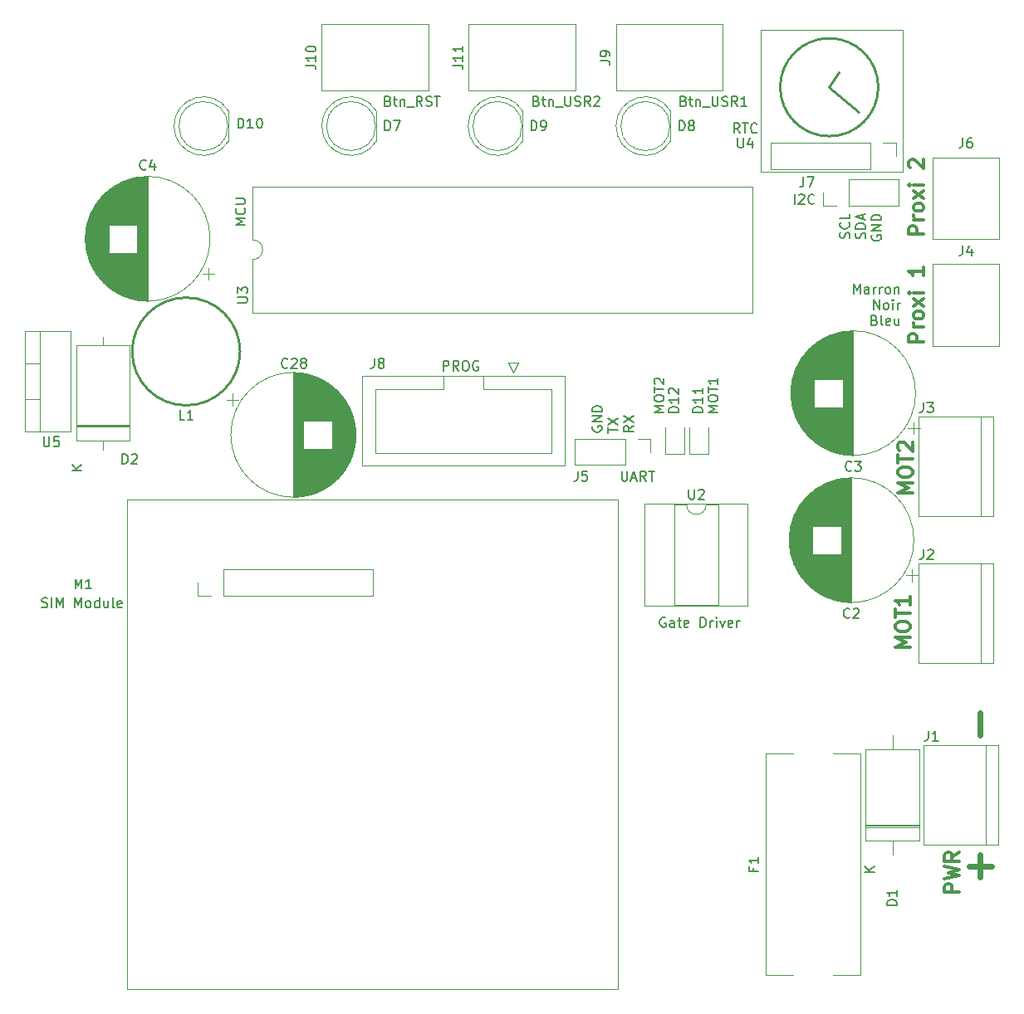
<source format=gbr>
%TF.GenerationSoftware,KiCad,Pcbnew,8.0.8-unknown-202501170223~559b1827ca~ubuntu24.04.1*%
%TF.CreationDate,2025-02-15T19:36:13+01:00*%
%TF.ProjectId,horse_feeder,686f7273-655f-4666-9565-6465722e6b69,rev?*%
%TF.SameCoordinates,Original*%
%TF.FileFunction,Legend,Top*%
%TF.FilePolarity,Positive*%
%FSLAX46Y46*%
G04 Gerber Fmt 4.6, Leading zero omitted, Abs format (unit mm)*
G04 Created by KiCad (PCBNEW 8.0.8-unknown-202501170223~559b1827ca~ubuntu24.04.1) date 2025-02-15 19:36:13*
%MOMM*%
%LPD*%
G01*
G04 APERTURE LIST*
%ADD10C,0.150000*%
%ADD11C,0.600000*%
%ADD12C,0.300000*%
%ADD13C,0.120000*%
%ADD14C,0.250000*%
%ADD15C,0.100000*%
G04 APERTURE END LIST*
D10*
X128039819Y-60857142D02*
X127039819Y-60857142D01*
X127039819Y-60857142D02*
X127754104Y-60523809D01*
X127754104Y-60523809D02*
X127039819Y-60190476D01*
X127039819Y-60190476D02*
X128039819Y-60190476D01*
X127944580Y-59142857D02*
X127992200Y-59190476D01*
X127992200Y-59190476D02*
X128039819Y-59333333D01*
X128039819Y-59333333D02*
X128039819Y-59428571D01*
X128039819Y-59428571D02*
X127992200Y-59571428D01*
X127992200Y-59571428D02*
X127896961Y-59666666D01*
X127896961Y-59666666D02*
X127801723Y-59714285D01*
X127801723Y-59714285D02*
X127611247Y-59761904D01*
X127611247Y-59761904D02*
X127468390Y-59761904D01*
X127468390Y-59761904D02*
X127277914Y-59714285D01*
X127277914Y-59714285D02*
X127182676Y-59666666D01*
X127182676Y-59666666D02*
X127087438Y-59571428D01*
X127087438Y-59571428D02*
X127039819Y-59428571D01*
X127039819Y-59428571D02*
X127039819Y-59333333D01*
X127039819Y-59333333D02*
X127087438Y-59190476D01*
X127087438Y-59190476D02*
X127135057Y-59142857D01*
X127039819Y-58714285D02*
X127849342Y-58714285D01*
X127849342Y-58714285D02*
X127944580Y-58666666D01*
X127944580Y-58666666D02*
X127992200Y-58619047D01*
X127992200Y-58619047D02*
X128039819Y-58523809D01*
X128039819Y-58523809D02*
X128039819Y-58333333D01*
X128039819Y-58333333D02*
X127992200Y-58238095D01*
X127992200Y-58238095D02*
X127944580Y-58190476D01*
X127944580Y-58190476D02*
X127849342Y-58142857D01*
X127849342Y-58142857D02*
X127039819Y-58142857D01*
X189602312Y-62170112D02*
X189649931Y-62027255D01*
X189649931Y-62027255D02*
X189649931Y-61789160D01*
X189649931Y-61789160D02*
X189602312Y-61693922D01*
X189602312Y-61693922D02*
X189554692Y-61646303D01*
X189554692Y-61646303D02*
X189459454Y-61598684D01*
X189459454Y-61598684D02*
X189364216Y-61598684D01*
X189364216Y-61598684D02*
X189268978Y-61646303D01*
X189268978Y-61646303D02*
X189221359Y-61693922D01*
X189221359Y-61693922D02*
X189173740Y-61789160D01*
X189173740Y-61789160D02*
X189126121Y-61979636D01*
X189126121Y-61979636D02*
X189078502Y-62074874D01*
X189078502Y-62074874D02*
X189030883Y-62122493D01*
X189030883Y-62122493D02*
X188935645Y-62170112D01*
X188935645Y-62170112D02*
X188840407Y-62170112D01*
X188840407Y-62170112D02*
X188745169Y-62122493D01*
X188745169Y-62122493D02*
X188697550Y-62074874D01*
X188697550Y-62074874D02*
X188649931Y-61979636D01*
X188649931Y-61979636D02*
X188649931Y-61741541D01*
X188649931Y-61741541D02*
X188697550Y-61598684D01*
X189554692Y-60598684D02*
X189602312Y-60646303D01*
X189602312Y-60646303D02*
X189649931Y-60789160D01*
X189649931Y-60789160D02*
X189649931Y-60884398D01*
X189649931Y-60884398D02*
X189602312Y-61027255D01*
X189602312Y-61027255D02*
X189507073Y-61122493D01*
X189507073Y-61122493D02*
X189411835Y-61170112D01*
X189411835Y-61170112D02*
X189221359Y-61217731D01*
X189221359Y-61217731D02*
X189078502Y-61217731D01*
X189078502Y-61217731D02*
X188888026Y-61170112D01*
X188888026Y-61170112D02*
X188792788Y-61122493D01*
X188792788Y-61122493D02*
X188697550Y-61027255D01*
X188697550Y-61027255D02*
X188649931Y-60884398D01*
X188649931Y-60884398D02*
X188649931Y-60789160D01*
X188649931Y-60789160D02*
X188697550Y-60646303D01*
X188697550Y-60646303D02*
X188745169Y-60598684D01*
X189649931Y-59693922D02*
X189649931Y-60170112D01*
X189649931Y-60170112D02*
X188649931Y-60170112D01*
X191212256Y-62217731D02*
X191259875Y-62074874D01*
X191259875Y-62074874D02*
X191259875Y-61836779D01*
X191259875Y-61836779D02*
X191212256Y-61741541D01*
X191212256Y-61741541D02*
X191164636Y-61693922D01*
X191164636Y-61693922D02*
X191069398Y-61646303D01*
X191069398Y-61646303D02*
X190974160Y-61646303D01*
X190974160Y-61646303D02*
X190878922Y-61693922D01*
X190878922Y-61693922D02*
X190831303Y-61741541D01*
X190831303Y-61741541D02*
X190783684Y-61836779D01*
X190783684Y-61836779D02*
X190736065Y-62027255D01*
X190736065Y-62027255D02*
X190688446Y-62122493D01*
X190688446Y-62122493D02*
X190640827Y-62170112D01*
X190640827Y-62170112D02*
X190545589Y-62217731D01*
X190545589Y-62217731D02*
X190450351Y-62217731D01*
X190450351Y-62217731D02*
X190355113Y-62170112D01*
X190355113Y-62170112D02*
X190307494Y-62122493D01*
X190307494Y-62122493D02*
X190259875Y-62027255D01*
X190259875Y-62027255D02*
X190259875Y-61789160D01*
X190259875Y-61789160D02*
X190307494Y-61646303D01*
X191259875Y-61217731D02*
X190259875Y-61217731D01*
X190259875Y-61217731D02*
X190259875Y-60979636D01*
X190259875Y-60979636D02*
X190307494Y-60836779D01*
X190307494Y-60836779D02*
X190402732Y-60741541D01*
X190402732Y-60741541D02*
X190497970Y-60693922D01*
X190497970Y-60693922D02*
X190688446Y-60646303D01*
X190688446Y-60646303D02*
X190831303Y-60646303D01*
X190831303Y-60646303D02*
X191021779Y-60693922D01*
X191021779Y-60693922D02*
X191117017Y-60741541D01*
X191117017Y-60741541D02*
X191212256Y-60836779D01*
X191212256Y-60836779D02*
X191259875Y-60979636D01*
X191259875Y-60979636D02*
X191259875Y-61217731D01*
X190974160Y-60265350D02*
X190974160Y-59789160D01*
X191259875Y-60360588D02*
X190259875Y-60027255D01*
X190259875Y-60027255D02*
X191259875Y-59693922D01*
X191917438Y-61884398D02*
X191869819Y-61979636D01*
X191869819Y-61979636D02*
X191869819Y-62122493D01*
X191869819Y-62122493D02*
X191917438Y-62265350D01*
X191917438Y-62265350D02*
X192012676Y-62360588D01*
X192012676Y-62360588D02*
X192107914Y-62408207D01*
X192107914Y-62408207D02*
X192298390Y-62455826D01*
X192298390Y-62455826D02*
X192441247Y-62455826D01*
X192441247Y-62455826D02*
X192631723Y-62408207D01*
X192631723Y-62408207D02*
X192726961Y-62360588D01*
X192726961Y-62360588D02*
X192822200Y-62265350D01*
X192822200Y-62265350D02*
X192869819Y-62122493D01*
X192869819Y-62122493D02*
X192869819Y-62027255D01*
X192869819Y-62027255D02*
X192822200Y-61884398D01*
X192822200Y-61884398D02*
X192774580Y-61836779D01*
X192774580Y-61836779D02*
X192441247Y-61836779D01*
X192441247Y-61836779D02*
X192441247Y-62027255D01*
X192869819Y-61408207D02*
X191869819Y-61408207D01*
X191869819Y-61408207D02*
X192869819Y-60836779D01*
X192869819Y-60836779D02*
X191869819Y-60836779D01*
X192869819Y-60360588D02*
X191869819Y-60360588D01*
X191869819Y-60360588D02*
X191869819Y-60122493D01*
X191869819Y-60122493D02*
X191917438Y-59979636D01*
X191917438Y-59979636D02*
X192012676Y-59884398D01*
X192012676Y-59884398D02*
X192107914Y-59836779D01*
X192107914Y-59836779D02*
X192298390Y-59789160D01*
X192298390Y-59789160D02*
X192441247Y-59789160D01*
X192441247Y-59789160D02*
X192631723Y-59836779D01*
X192631723Y-59836779D02*
X192726961Y-59884398D01*
X192726961Y-59884398D02*
X192822200Y-59979636D01*
X192822200Y-59979636D02*
X192869819Y-60122493D01*
X192869819Y-60122493D02*
X192869819Y-60360588D01*
D11*
X202958800Y-127390978D02*
X202958800Y-125105264D01*
X204101657Y-126248121D02*
X201815942Y-126248121D01*
D10*
X176204819Y-79964285D02*
X175204819Y-79964285D01*
X175204819Y-79964285D02*
X175919104Y-79630952D01*
X175919104Y-79630952D02*
X175204819Y-79297619D01*
X175204819Y-79297619D02*
X176204819Y-79297619D01*
X175204819Y-78630952D02*
X175204819Y-78440476D01*
X175204819Y-78440476D02*
X175252438Y-78345238D01*
X175252438Y-78345238D02*
X175347676Y-78250000D01*
X175347676Y-78250000D02*
X175538152Y-78202381D01*
X175538152Y-78202381D02*
X175871485Y-78202381D01*
X175871485Y-78202381D02*
X176061961Y-78250000D01*
X176061961Y-78250000D02*
X176157200Y-78345238D01*
X176157200Y-78345238D02*
X176204819Y-78440476D01*
X176204819Y-78440476D02*
X176204819Y-78630952D01*
X176204819Y-78630952D02*
X176157200Y-78726190D01*
X176157200Y-78726190D02*
X176061961Y-78821428D01*
X176061961Y-78821428D02*
X175871485Y-78869047D01*
X175871485Y-78869047D02*
X175538152Y-78869047D01*
X175538152Y-78869047D02*
X175347676Y-78821428D01*
X175347676Y-78821428D02*
X175252438Y-78726190D01*
X175252438Y-78726190D02*
X175204819Y-78630952D01*
X175204819Y-77916666D02*
X175204819Y-77345238D01*
X176204819Y-77630952D02*
X175204819Y-77630952D01*
X176204819Y-76488095D02*
X176204819Y-77059523D01*
X176204819Y-76773809D02*
X175204819Y-76773809D01*
X175204819Y-76773809D02*
X175347676Y-76869047D01*
X175347676Y-76869047D02*
X175442914Y-76964285D01*
X175442914Y-76964285D02*
X175490533Y-77059523D01*
X163447550Y-81389411D02*
X163399931Y-81484649D01*
X163399931Y-81484649D02*
X163399931Y-81627506D01*
X163399931Y-81627506D02*
X163447550Y-81770363D01*
X163447550Y-81770363D02*
X163542788Y-81865601D01*
X163542788Y-81865601D02*
X163638026Y-81913220D01*
X163638026Y-81913220D02*
X163828502Y-81960839D01*
X163828502Y-81960839D02*
X163971359Y-81960839D01*
X163971359Y-81960839D02*
X164161835Y-81913220D01*
X164161835Y-81913220D02*
X164257073Y-81865601D01*
X164257073Y-81865601D02*
X164352312Y-81770363D01*
X164352312Y-81770363D02*
X164399931Y-81627506D01*
X164399931Y-81627506D02*
X164399931Y-81532268D01*
X164399931Y-81532268D02*
X164352312Y-81389411D01*
X164352312Y-81389411D02*
X164304692Y-81341792D01*
X164304692Y-81341792D02*
X163971359Y-81341792D01*
X163971359Y-81341792D02*
X163971359Y-81532268D01*
X164399931Y-80913220D02*
X163399931Y-80913220D01*
X163399931Y-80913220D02*
X164399931Y-80341792D01*
X164399931Y-80341792D02*
X163399931Y-80341792D01*
X164399931Y-79865601D02*
X163399931Y-79865601D01*
X163399931Y-79865601D02*
X163399931Y-79627506D01*
X163399931Y-79627506D02*
X163447550Y-79484649D01*
X163447550Y-79484649D02*
X163542788Y-79389411D01*
X163542788Y-79389411D02*
X163638026Y-79341792D01*
X163638026Y-79341792D02*
X163828502Y-79294173D01*
X163828502Y-79294173D02*
X163971359Y-79294173D01*
X163971359Y-79294173D02*
X164161835Y-79341792D01*
X164161835Y-79341792D02*
X164257073Y-79389411D01*
X164257073Y-79389411D02*
X164352312Y-79484649D01*
X164352312Y-79484649D02*
X164399931Y-79627506D01*
X164399931Y-79627506D02*
X164399931Y-79865601D01*
X165009875Y-82056077D02*
X165009875Y-81484649D01*
X166009875Y-81770363D02*
X165009875Y-81770363D01*
X165009875Y-81246553D02*
X166009875Y-80579887D01*
X165009875Y-80579887D02*
X166009875Y-81246553D01*
X167619819Y-81341792D02*
X167143628Y-81675125D01*
X167619819Y-81913220D02*
X166619819Y-81913220D01*
X166619819Y-81913220D02*
X166619819Y-81532268D01*
X166619819Y-81532268D02*
X166667438Y-81437030D01*
X166667438Y-81437030D02*
X166715057Y-81389411D01*
X166715057Y-81389411D02*
X166810295Y-81341792D01*
X166810295Y-81341792D02*
X166953152Y-81341792D01*
X166953152Y-81341792D02*
X167048390Y-81389411D01*
X167048390Y-81389411D02*
X167096009Y-81437030D01*
X167096009Y-81437030D02*
X167143628Y-81532268D01*
X167143628Y-81532268D02*
X167143628Y-81913220D01*
X166619819Y-81008458D02*
X167619819Y-80341792D01*
X166619819Y-80341792D02*
X167619819Y-81008458D01*
D11*
X202958800Y-112890978D02*
X202958800Y-110605264D01*
D12*
X196050828Y-88195489D02*
X194550828Y-88195489D01*
X194550828Y-88195489D02*
X195622257Y-87695489D01*
X195622257Y-87695489D02*
X194550828Y-87195489D01*
X194550828Y-87195489D02*
X196050828Y-87195489D01*
X194550828Y-86195488D02*
X194550828Y-85909774D01*
X194550828Y-85909774D02*
X194622257Y-85766917D01*
X194622257Y-85766917D02*
X194765114Y-85624060D01*
X194765114Y-85624060D02*
X195050828Y-85552631D01*
X195050828Y-85552631D02*
X195550828Y-85552631D01*
X195550828Y-85552631D02*
X195836542Y-85624060D01*
X195836542Y-85624060D02*
X195979400Y-85766917D01*
X195979400Y-85766917D02*
X196050828Y-85909774D01*
X196050828Y-85909774D02*
X196050828Y-86195488D01*
X196050828Y-86195488D02*
X195979400Y-86338346D01*
X195979400Y-86338346D02*
X195836542Y-86481203D01*
X195836542Y-86481203D02*
X195550828Y-86552631D01*
X195550828Y-86552631D02*
X195050828Y-86552631D01*
X195050828Y-86552631D02*
X194765114Y-86481203D01*
X194765114Y-86481203D02*
X194622257Y-86338346D01*
X194622257Y-86338346D02*
X194550828Y-86195488D01*
X194550828Y-85124059D02*
X194550828Y-84266917D01*
X196050828Y-84695488D02*
X194550828Y-84695488D01*
X194693685Y-83838345D02*
X194622257Y-83766917D01*
X194622257Y-83766917D02*
X194550828Y-83624060D01*
X194550828Y-83624060D02*
X194550828Y-83266917D01*
X194550828Y-83266917D02*
X194622257Y-83124060D01*
X194622257Y-83124060D02*
X194693685Y-83052631D01*
X194693685Y-83052631D02*
X194836542Y-82981202D01*
X194836542Y-82981202D02*
X194979400Y-82981202D01*
X194979400Y-82981202D02*
X195193685Y-83052631D01*
X195193685Y-83052631D02*
X196050828Y-83909774D01*
X196050828Y-83909774D02*
X196050828Y-82981202D01*
X200800828Y-128945489D02*
X199300828Y-128945489D01*
X199300828Y-128945489D02*
X199300828Y-128374060D01*
X199300828Y-128374060D02*
X199372257Y-128231203D01*
X199372257Y-128231203D02*
X199443685Y-128159774D01*
X199443685Y-128159774D02*
X199586542Y-128088346D01*
X199586542Y-128088346D02*
X199800828Y-128088346D01*
X199800828Y-128088346D02*
X199943685Y-128159774D01*
X199943685Y-128159774D02*
X200015114Y-128231203D01*
X200015114Y-128231203D02*
X200086542Y-128374060D01*
X200086542Y-128374060D02*
X200086542Y-128945489D01*
X199300828Y-127588346D02*
X200800828Y-127231203D01*
X200800828Y-127231203D02*
X199729400Y-126945489D01*
X199729400Y-126945489D02*
X200800828Y-126659774D01*
X200800828Y-126659774D02*
X199300828Y-126302632D01*
X200800828Y-124874060D02*
X200086542Y-125374060D01*
X200800828Y-125731203D02*
X199300828Y-125731203D01*
X199300828Y-125731203D02*
X199300828Y-125159774D01*
X199300828Y-125159774D02*
X199372257Y-125016917D01*
X199372257Y-125016917D02*
X199443685Y-124945488D01*
X199443685Y-124945488D02*
X199586542Y-124874060D01*
X199586542Y-124874060D02*
X199800828Y-124874060D01*
X199800828Y-124874060D02*
X199943685Y-124945488D01*
X199943685Y-124945488D02*
X200015114Y-125016917D01*
X200015114Y-125016917D02*
X200086542Y-125159774D01*
X200086542Y-125159774D02*
X200086542Y-125731203D01*
D10*
X170704819Y-79964285D02*
X169704819Y-79964285D01*
X169704819Y-79964285D02*
X170419104Y-79630952D01*
X170419104Y-79630952D02*
X169704819Y-79297619D01*
X169704819Y-79297619D02*
X170704819Y-79297619D01*
X169704819Y-78630952D02*
X169704819Y-78440476D01*
X169704819Y-78440476D02*
X169752438Y-78345238D01*
X169752438Y-78345238D02*
X169847676Y-78250000D01*
X169847676Y-78250000D02*
X170038152Y-78202381D01*
X170038152Y-78202381D02*
X170371485Y-78202381D01*
X170371485Y-78202381D02*
X170561961Y-78250000D01*
X170561961Y-78250000D02*
X170657200Y-78345238D01*
X170657200Y-78345238D02*
X170704819Y-78440476D01*
X170704819Y-78440476D02*
X170704819Y-78630952D01*
X170704819Y-78630952D02*
X170657200Y-78726190D01*
X170657200Y-78726190D02*
X170561961Y-78821428D01*
X170561961Y-78821428D02*
X170371485Y-78869047D01*
X170371485Y-78869047D02*
X170038152Y-78869047D01*
X170038152Y-78869047D02*
X169847676Y-78821428D01*
X169847676Y-78821428D02*
X169752438Y-78726190D01*
X169752438Y-78726190D02*
X169704819Y-78630952D01*
X169704819Y-77916666D02*
X169704819Y-77345238D01*
X170704819Y-77630952D02*
X169704819Y-77630952D01*
X169800057Y-77059523D02*
X169752438Y-77011904D01*
X169752438Y-77011904D02*
X169704819Y-76916666D01*
X169704819Y-76916666D02*
X169704819Y-76678571D01*
X169704819Y-76678571D02*
X169752438Y-76583333D01*
X169752438Y-76583333D02*
X169800057Y-76535714D01*
X169800057Y-76535714D02*
X169895295Y-76488095D01*
X169895295Y-76488095D02*
X169990533Y-76488095D01*
X169990533Y-76488095D02*
X170133390Y-76535714D01*
X170133390Y-76535714D02*
X170704819Y-77107142D01*
X170704819Y-77107142D02*
X170704819Y-76488095D01*
D12*
X195800828Y-103945489D02*
X194300828Y-103945489D01*
X194300828Y-103945489D02*
X195372257Y-103445489D01*
X195372257Y-103445489D02*
X194300828Y-102945489D01*
X194300828Y-102945489D02*
X195800828Y-102945489D01*
X194300828Y-101945488D02*
X194300828Y-101659774D01*
X194300828Y-101659774D02*
X194372257Y-101516917D01*
X194372257Y-101516917D02*
X194515114Y-101374060D01*
X194515114Y-101374060D02*
X194800828Y-101302631D01*
X194800828Y-101302631D02*
X195300828Y-101302631D01*
X195300828Y-101302631D02*
X195586542Y-101374060D01*
X195586542Y-101374060D02*
X195729400Y-101516917D01*
X195729400Y-101516917D02*
X195800828Y-101659774D01*
X195800828Y-101659774D02*
X195800828Y-101945488D01*
X195800828Y-101945488D02*
X195729400Y-102088346D01*
X195729400Y-102088346D02*
X195586542Y-102231203D01*
X195586542Y-102231203D02*
X195300828Y-102302631D01*
X195300828Y-102302631D02*
X194800828Y-102302631D01*
X194800828Y-102302631D02*
X194515114Y-102231203D01*
X194515114Y-102231203D02*
X194372257Y-102088346D01*
X194372257Y-102088346D02*
X194300828Y-101945488D01*
X194300828Y-100874059D02*
X194300828Y-100016917D01*
X195800828Y-100445488D02*
X194300828Y-100445488D01*
X195800828Y-98731202D02*
X195800828Y-99588345D01*
X195800828Y-99159774D02*
X194300828Y-99159774D01*
X194300828Y-99159774D02*
X194515114Y-99302631D01*
X194515114Y-99302631D02*
X194657971Y-99445488D01*
X194657971Y-99445488D02*
X194729400Y-99588345D01*
D10*
X190044172Y-67844875D02*
X190044172Y-66844875D01*
X190044172Y-66844875D02*
X190377505Y-67559160D01*
X190377505Y-67559160D02*
X190710838Y-66844875D01*
X190710838Y-66844875D02*
X190710838Y-67844875D01*
X191615600Y-67844875D02*
X191615600Y-67321065D01*
X191615600Y-67321065D02*
X191567981Y-67225827D01*
X191567981Y-67225827D02*
X191472743Y-67178208D01*
X191472743Y-67178208D02*
X191282267Y-67178208D01*
X191282267Y-67178208D02*
X191187029Y-67225827D01*
X191615600Y-67797256D02*
X191520362Y-67844875D01*
X191520362Y-67844875D02*
X191282267Y-67844875D01*
X191282267Y-67844875D02*
X191187029Y-67797256D01*
X191187029Y-67797256D02*
X191139410Y-67702017D01*
X191139410Y-67702017D02*
X191139410Y-67606779D01*
X191139410Y-67606779D02*
X191187029Y-67511541D01*
X191187029Y-67511541D02*
X191282267Y-67463922D01*
X191282267Y-67463922D02*
X191520362Y-67463922D01*
X191520362Y-67463922D02*
X191615600Y-67416303D01*
X192091791Y-67844875D02*
X192091791Y-67178208D01*
X192091791Y-67368684D02*
X192139410Y-67273446D01*
X192139410Y-67273446D02*
X192187029Y-67225827D01*
X192187029Y-67225827D02*
X192282267Y-67178208D01*
X192282267Y-67178208D02*
X192377505Y-67178208D01*
X192710839Y-67844875D02*
X192710839Y-67178208D01*
X192710839Y-67368684D02*
X192758458Y-67273446D01*
X192758458Y-67273446D02*
X192806077Y-67225827D01*
X192806077Y-67225827D02*
X192901315Y-67178208D01*
X192901315Y-67178208D02*
X192996553Y-67178208D01*
X193472744Y-67844875D02*
X193377506Y-67797256D01*
X193377506Y-67797256D02*
X193329887Y-67749636D01*
X193329887Y-67749636D02*
X193282268Y-67654398D01*
X193282268Y-67654398D02*
X193282268Y-67368684D01*
X193282268Y-67368684D02*
X193329887Y-67273446D01*
X193329887Y-67273446D02*
X193377506Y-67225827D01*
X193377506Y-67225827D02*
X193472744Y-67178208D01*
X193472744Y-67178208D02*
X193615601Y-67178208D01*
X193615601Y-67178208D02*
X193710839Y-67225827D01*
X193710839Y-67225827D02*
X193758458Y-67273446D01*
X193758458Y-67273446D02*
X193806077Y-67368684D01*
X193806077Y-67368684D02*
X193806077Y-67654398D01*
X193806077Y-67654398D02*
X193758458Y-67749636D01*
X193758458Y-67749636D02*
X193710839Y-67797256D01*
X193710839Y-67797256D02*
X193615601Y-67844875D01*
X193615601Y-67844875D02*
X193472744Y-67844875D01*
X194234649Y-67178208D02*
X194234649Y-67844875D01*
X194234649Y-67273446D02*
X194282268Y-67225827D01*
X194282268Y-67225827D02*
X194377506Y-67178208D01*
X194377506Y-67178208D02*
X194520363Y-67178208D01*
X194520363Y-67178208D02*
X194615601Y-67225827D01*
X194615601Y-67225827D02*
X194663220Y-67321065D01*
X194663220Y-67321065D02*
X194663220Y-67844875D01*
X192091792Y-69454819D02*
X192091792Y-68454819D01*
X192091792Y-68454819D02*
X192663220Y-69454819D01*
X192663220Y-69454819D02*
X192663220Y-68454819D01*
X193282268Y-69454819D02*
X193187030Y-69407200D01*
X193187030Y-69407200D02*
X193139411Y-69359580D01*
X193139411Y-69359580D02*
X193091792Y-69264342D01*
X193091792Y-69264342D02*
X193091792Y-68978628D01*
X193091792Y-68978628D02*
X193139411Y-68883390D01*
X193139411Y-68883390D02*
X193187030Y-68835771D01*
X193187030Y-68835771D02*
X193282268Y-68788152D01*
X193282268Y-68788152D02*
X193425125Y-68788152D01*
X193425125Y-68788152D02*
X193520363Y-68835771D01*
X193520363Y-68835771D02*
X193567982Y-68883390D01*
X193567982Y-68883390D02*
X193615601Y-68978628D01*
X193615601Y-68978628D02*
X193615601Y-69264342D01*
X193615601Y-69264342D02*
X193567982Y-69359580D01*
X193567982Y-69359580D02*
X193520363Y-69407200D01*
X193520363Y-69407200D02*
X193425125Y-69454819D01*
X193425125Y-69454819D02*
X193282268Y-69454819D01*
X194044173Y-69454819D02*
X194044173Y-68788152D01*
X194044173Y-68454819D02*
X193996554Y-68502438D01*
X193996554Y-68502438D02*
X194044173Y-68550057D01*
X194044173Y-68550057D02*
X194091792Y-68502438D01*
X194091792Y-68502438D02*
X194044173Y-68454819D01*
X194044173Y-68454819D02*
X194044173Y-68550057D01*
X194520363Y-69454819D02*
X194520363Y-68788152D01*
X194520363Y-68978628D02*
X194567982Y-68883390D01*
X194567982Y-68883390D02*
X194615601Y-68835771D01*
X194615601Y-68835771D02*
X194710839Y-68788152D01*
X194710839Y-68788152D02*
X194806077Y-68788152D01*
X192187029Y-70540953D02*
X192329886Y-70588572D01*
X192329886Y-70588572D02*
X192377505Y-70636191D01*
X192377505Y-70636191D02*
X192425124Y-70731429D01*
X192425124Y-70731429D02*
X192425124Y-70874286D01*
X192425124Y-70874286D02*
X192377505Y-70969524D01*
X192377505Y-70969524D02*
X192329886Y-71017144D01*
X192329886Y-71017144D02*
X192234648Y-71064763D01*
X192234648Y-71064763D02*
X191853696Y-71064763D01*
X191853696Y-71064763D02*
X191853696Y-70064763D01*
X191853696Y-70064763D02*
X192187029Y-70064763D01*
X192187029Y-70064763D02*
X192282267Y-70112382D01*
X192282267Y-70112382D02*
X192329886Y-70160001D01*
X192329886Y-70160001D02*
X192377505Y-70255239D01*
X192377505Y-70255239D02*
X192377505Y-70350477D01*
X192377505Y-70350477D02*
X192329886Y-70445715D01*
X192329886Y-70445715D02*
X192282267Y-70493334D01*
X192282267Y-70493334D02*
X192187029Y-70540953D01*
X192187029Y-70540953D02*
X191853696Y-70540953D01*
X192996553Y-71064763D02*
X192901315Y-71017144D01*
X192901315Y-71017144D02*
X192853696Y-70921905D01*
X192853696Y-70921905D02*
X192853696Y-70064763D01*
X193758458Y-71017144D02*
X193663220Y-71064763D01*
X193663220Y-71064763D02*
X193472744Y-71064763D01*
X193472744Y-71064763D02*
X193377506Y-71017144D01*
X193377506Y-71017144D02*
X193329887Y-70921905D01*
X193329887Y-70921905D02*
X193329887Y-70540953D01*
X193329887Y-70540953D02*
X193377506Y-70445715D01*
X193377506Y-70445715D02*
X193472744Y-70398096D01*
X193472744Y-70398096D02*
X193663220Y-70398096D01*
X193663220Y-70398096D02*
X193758458Y-70445715D01*
X193758458Y-70445715D02*
X193806077Y-70540953D01*
X193806077Y-70540953D02*
X193806077Y-70636191D01*
X193806077Y-70636191D02*
X193329887Y-70731429D01*
X194663220Y-70398096D02*
X194663220Y-71064763D01*
X194234649Y-70398096D02*
X194234649Y-70921905D01*
X194234649Y-70921905D02*
X194282268Y-71017144D01*
X194282268Y-71017144D02*
X194377506Y-71064763D01*
X194377506Y-71064763D02*
X194520363Y-71064763D01*
X194520363Y-71064763D02*
X194615601Y-71017144D01*
X194615601Y-71017144D02*
X194663220Y-70969524D01*
X170860588Y-100917438D02*
X170765350Y-100869819D01*
X170765350Y-100869819D02*
X170622493Y-100869819D01*
X170622493Y-100869819D02*
X170479636Y-100917438D01*
X170479636Y-100917438D02*
X170384398Y-101012676D01*
X170384398Y-101012676D02*
X170336779Y-101107914D01*
X170336779Y-101107914D02*
X170289160Y-101298390D01*
X170289160Y-101298390D02*
X170289160Y-101441247D01*
X170289160Y-101441247D02*
X170336779Y-101631723D01*
X170336779Y-101631723D02*
X170384398Y-101726961D01*
X170384398Y-101726961D02*
X170479636Y-101822200D01*
X170479636Y-101822200D02*
X170622493Y-101869819D01*
X170622493Y-101869819D02*
X170717731Y-101869819D01*
X170717731Y-101869819D02*
X170860588Y-101822200D01*
X170860588Y-101822200D02*
X170908207Y-101774580D01*
X170908207Y-101774580D02*
X170908207Y-101441247D01*
X170908207Y-101441247D02*
X170717731Y-101441247D01*
X171765350Y-101869819D02*
X171765350Y-101346009D01*
X171765350Y-101346009D02*
X171717731Y-101250771D01*
X171717731Y-101250771D02*
X171622493Y-101203152D01*
X171622493Y-101203152D02*
X171432017Y-101203152D01*
X171432017Y-101203152D02*
X171336779Y-101250771D01*
X171765350Y-101822200D02*
X171670112Y-101869819D01*
X171670112Y-101869819D02*
X171432017Y-101869819D01*
X171432017Y-101869819D02*
X171336779Y-101822200D01*
X171336779Y-101822200D02*
X171289160Y-101726961D01*
X171289160Y-101726961D02*
X171289160Y-101631723D01*
X171289160Y-101631723D02*
X171336779Y-101536485D01*
X171336779Y-101536485D02*
X171432017Y-101488866D01*
X171432017Y-101488866D02*
X171670112Y-101488866D01*
X171670112Y-101488866D02*
X171765350Y-101441247D01*
X172098684Y-101203152D02*
X172479636Y-101203152D01*
X172241541Y-100869819D02*
X172241541Y-101726961D01*
X172241541Y-101726961D02*
X172289160Y-101822200D01*
X172289160Y-101822200D02*
X172384398Y-101869819D01*
X172384398Y-101869819D02*
X172479636Y-101869819D01*
X173193922Y-101822200D02*
X173098684Y-101869819D01*
X173098684Y-101869819D02*
X172908208Y-101869819D01*
X172908208Y-101869819D02*
X172812970Y-101822200D01*
X172812970Y-101822200D02*
X172765351Y-101726961D01*
X172765351Y-101726961D02*
X172765351Y-101346009D01*
X172765351Y-101346009D02*
X172812970Y-101250771D01*
X172812970Y-101250771D02*
X172908208Y-101203152D01*
X172908208Y-101203152D02*
X173098684Y-101203152D01*
X173098684Y-101203152D02*
X173193922Y-101250771D01*
X173193922Y-101250771D02*
X173241541Y-101346009D01*
X173241541Y-101346009D02*
X173241541Y-101441247D01*
X173241541Y-101441247D02*
X172765351Y-101536485D01*
X174432018Y-101869819D02*
X174432018Y-100869819D01*
X174432018Y-100869819D02*
X174670113Y-100869819D01*
X174670113Y-100869819D02*
X174812970Y-100917438D01*
X174812970Y-100917438D02*
X174908208Y-101012676D01*
X174908208Y-101012676D02*
X174955827Y-101107914D01*
X174955827Y-101107914D02*
X175003446Y-101298390D01*
X175003446Y-101298390D02*
X175003446Y-101441247D01*
X175003446Y-101441247D02*
X174955827Y-101631723D01*
X174955827Y-101631723D02*
X174908208Y-101726961D01*
X174908208Y-101726961D02*
X174812970Y-101822200D01*
X174812970Y-101822200D02*
X174670113Y-101869819D01*
X174670113Y-101869819D02*
X174432018Y-101869819D01*
X175432018Y-101869819D02*
X175432018Y-101203152D01*
X175432018Y-101393628D02*
X175479637Y-101298390D01*
X175479637Y-101298390D02*
X175527256Y-101250771D01*
X175527256Y-101250771D02*
X175622494Y-101203152D01*
X175622494Y-101203152D02*
X175717732Y-101203152D01*
X176051066Y-101869819D02*
X176051066Y-101203152D01*
X176051066Y-100869819D02*
X176003447Y-100917438D01*
X176003447Y-100917438D02*
X176051066Y-100965057D01*
X176051066Y-100965057D02*
X176098685Y-100917438D01*
X176098685Y-100917438D02*
X176051066Y-100869819D01*
X176051066Y-100869819D02*
X176051066Y-100965057D01*
X176432018Y-101203152D02*
X176670113Y-101869819D01*
X176670113Y-101869819D02*
X176908208Y-101203152D01*
X177670113Y-101822200D02*
X177574875Y-101869819D01*
X177574875Y-101869819D02*
X177384399Y-101869819D01*
X177384399Y-101869819D02*
X177289161Y-101822200D01*
X177289161Y-101822200D02*
X177241542Y-101726961D01*
X177241542Y-101726961D02*
X177241542Y-101346009D01*
X177241542Y-101346009D02*
X177289161Y-101250771D01*
X177289161Y-101250771D02*
X177384399Y-101203152D01*
X177384399Y-101203152D02*
X177574875Y-101203152D01*
X177574875Y-101203152D02*
X177670113Y-101250771D01*
X177670113Y-101250771D02*
X177717732Y-101346009D01*
X177717732Y-101346009D02*
X177717732Y-101441247D01*
X177717732Y-101441247D02*
X177241542Y-101536485D01*
X178146304Y-101869819D02*
X178146304Y-101203152D01*
X178146304Y-101393628D02*
X178193923Y-101298390D01*
X178193923Y-101298390D02*
X178241542Y-101250771D01*
X178241542Y-101250771D02*
X178336780Y-101203152D01*
X178336780Y-101203152D02*
X178432018Y-101203152D01*
X107289160Y-99822200D02*
X107432017Y-99869819D01*
X107432017Y-99869819D02*
X107670112Y-99869819D01*
X107670112Y-99869819D02*
X107765350Y-99822200D01*
X107765350Y-99822200D02*
X107812969Y-99774580D01*
X107812969Y-99774580D02*
X107860588Y-99679342D01*
X107860588Y-99679342D02*
X107860588Y-99584104D01*
X107860588Y-99584104D02*
X107812969Y-99488866D01*
X107812969Y-99488866D02*
X107765350Y-99441247D01*
X107765350Y-99441247D02*
X107670112Y-99393628D01*
X107670112Y-99393628D02*
X107479636Y-99346009D01*
X107479636Y-99346009D02*
X107384398Y-99298390D01*
X107384398Y-99298390D02*
X107336779Y-99250771D01*
X107336779Y-99250771D02*
X107289160Y-99155533D01*
X107289160Y-99155533D02*
X107289160Y-99060295D01*
X107289160Y-99060295D02*
X107336779Y-98965057D01*
X107336779Y-98965057D02*
X107384398Y-98917438D01*
X107384398Y-98917438D02*
X107479636Y-98869819D01*
X107479636Y-98869819D02*
X107717731Y-98869819D01*
X107717731Y-98869819D02*
X107860588Y-98917438D01*
X108289160Y-99869819D02*
X108289160Y-98869819D01*
X108765350Y-99869819D02*
X108765350Y-98869819D01*
X108765350Y-98869819D02*
X109098683Y-99584104D01*
X109098683Y-99584104D02*
X109432016Y-98869819D01*
X109432016Y-98869819D02*
X109432016Y-99869819D01*
X110670112Y-99869819D02*
X110670112Y-98869819D01*
X110670112Y-98869819D02*
X111003445Y-99584104D01*
X111003445Y-99584104D02*
X111336778Y-98869819D01*
X111336778Y-98869819D02*
X111336778Y-99869819D01*
X111955826Y-99869819D02*
X111860588Y-99822200D01*
X111860588Y-99822200D02*
X111812969Y-99774580D01*
X111812969Y-99774580D02*
X111765350Y-99679342D01*
X111765350Y-99679342D02*
X111765350Y-99393628D01*
X111765350Y-99393628D02*
X111812969Y-99298390D01*
X111812969Y-99298390D02*
X111860588Y-99250771D01*
X111860588Y-99250771D02*
X111955826Y-99203152D01*
X111955826Y-99203152D02*
X112098683Y-99203152D01*
X112098683Y-99203152D02*
X112193921Y-99250771D01*
X112193921Y-99250771D02*
X112241540Y-99298390D01*
X112241540Y-99298390D02*
X112289159Y-99393628D01*
X112289159Y-99393628D02*
X112289159Y-99679342D01*
X112289159Y-99679342D02*
X112241540Y-99774580D01*
X112241540Y-99774580D02*
X112193921Y-99822200D01*
X112193921Y-99822200D02*
X112098683Y-99869819D01*
X112098683Y-99869819D02*
X111955826Y-99869819D01*
X113146302Y-99869819D02*
X113146302Y-98869819D01*
X113146302Y-99822200D02*
X113051064Y-99869819D01*
X113051064Y-99869819D02*
X112860588Y-99869819D01*
X112860588Y-99869819D02*
X112765350Y-99822200D01*
X112765350Y-99822200D02*
X112717731Y-99774580D01*
X112717731Y-99774580D02*
X112670112Y-99679342D01*
X112670112Y-99679342D02*
X112670112Y-99393628D01*
X112670112Y-99393628D02*
X112717731Y-99298390D01*
X112717731Y-99298390D02*
X112765350Y-99250771D01*
X112765350Y-99250771D02*
X112860588Y-99203152D01*
X112860588Y-99203152D02*
X113051064Y-99203152D01*
X113051064Y-99203152D02*
X113146302Y-99250771D01*
X114051064Y-99203152D02*
X114051064Y-99869819D01*
X113622493Y-99203152D02*
X113622493Y-99726961D01*
X113622493Y-99726961D02*
X113670112Y-99822200D01*
X113670112Y-99822200D02*
X113765350Y-99869819D01*
X113765350Y-99869819D02*
X113908207Y-99869819D01*
X113908207Y-99869819D02*
X114003445Y-99822200D01*
X114003445Y-99822200D02*
X114051064Y-99774580D01*
X114670112Y-99869819D02*
X114574874Y-99822200D01*
X114574874Y-99822200D02*
X114527255Y-99726961D01*
X114527255Y-99726961D02*
X114527255Y-98869819D01*
X115432017Y-99822200D02*
X115336779Y-99869819D01*
X115336779Y-99869819D02*
X115146303Y-99869819D01*
X115146303Y-99869819D02*
X115051065Y-99822200D01*
X115051065Y-99822200D02*
X115003446Y-99726961D01*
X115003446Y-99726961D02*
X115003446Y-99346009D01*
X115003446Y-99346009D02*
X115051065Y-99250771D01*
X115051065Y-99250771D02*
X115146303Y-99203152D01*
X115146303Y-99203152D02*
X115336779Y-99203152D01*
X115336779Y-99203152D02*
X115432017Y-99250771D01*
X115432017Y-99250771D02*
X115479636Y-99346009D01*
X115479636Y-99346009D02*
X115479636Y-99441247D01*
X115479636Y-99441247D02*
X115003446Y-99536485D01*
X189657292Y-100859580D02*
X189609673Y-100907200D01*
X189609673Y-100907200D02*
X189466816Y-100954819D01*
X189466816Y-100954819D02*
X189371578Y-100954819D01*
X189371578Y-100954819D02*
X189228721Y-100907200D01*
X189228721Y-100907200D02*
X189133483Y-100811961D01*
X189133483Y-100811961D02*
X189085864Y-100716723D01*
X189085864Y-100716723D02*
X189038245Y-100526247D01*
X189038245Y-100526247D02*
X189038245Y-100383390D01*
X189038245Y-100383390D02*
X189085864Y-100192914D01*
X189085864Y-100192914D02*
X189133483Y-100097676D01*
X189133483Y-100097676D02*
X189228721Y-100002438D01*
X189228721Y-100002438D02*
X189371578Y-99954819D01*
X189371578Y-99954819D02*
X189466816Y-99954819D01*
X189466816Y-99954819D02*
X189609673Y-100002438D01*
X189609673Y-100002438D02*
X189657292Y-100050057D01*
X190038245Y-100050057D02*
X190085864Y-100002438D01*
X190085864Y-100002438D02*
X190181102Y-99954819D01*
X190181102Y-99954819D02*
X190419197Y-99954819D01*
X190419197Y-99954819D02*
X190514435Y-100002438D01*
X190514435Y-100002438D02*
X190562054Y-100050057D01*
X190562054Y-100050057D02*
X190609673Y-100145295D01*
X190609673Y-100145295D02*
X190609673Y-100240533D01*
X190609673Y-100240533D02*
X190562054Y-100383390D01*
X190562054Y-100383390D02*
X189990626Y-100954819D01*
X189990626Y-100954819D02*
X190609673Y-100954819D01*
X184916666Y-55954819D02*
X184916666Y-56669104D01*
X184916666Y-56669104D02*
X184869047Y-56811961D01*
X184869047Y-56811961D02*
X184773809Y-56907200D01*
X184773809Y-56907200D02*
X184630952Y-56954819D01*
X184630952Y-56954819D02*
X184535714Y-56954819D01*
X185297619Y-55954819D02*
X185964285Y-55954819D01*
X185964285Y-55954819D02*
X185535714Y-56954819D01*
X184023810Y-58704819D02*
X184023810Y-57704819D01*
X184452381Y-57800057D02*
X184500000Y-57752438D01*
X184500000Y-57752438D02*
X184595238Y-57704819D01*
X184595238Y-57704819D02*
X184833333Y-57704819D01*
X184833333Y-57704819D02*
X184928571Y-57752438D01*
X184928571Y-57752438D02*
X184976190Y-57800057D01*
X184976190Y-57800057D02*
X185023809Y-57895295D01*
X185023809Y-57895295D02*
X185023809Y-57990533D01*
X185023809Y-57990533D02*
X184976190Y-58133390D01*
X184976190Y-58133390D02*
X184404762Y-58704819D01*
X184404762Y-58704819D02*
X185023809Y-58704819D01*
X186023809Y-58609580D02*
X185976190Y-58657200D01*
X185976190Y-58657200D02*
X185833333Y-58704819D01*
X185833333Y-58704819D02*
X185738095Y-58704819D01*
X185738095Y-58704819D02*
X185595238Y-58657200D01*
X185595238Y-58657200D02*
X185500000Y-58561961D01*
X185500000Y-58561961D02*
X185452381Y-58466723D01*
X185452381Y-58466723D02*
X185404762Y-58276247D01*
X185404762Y-58276247D02*
X185404762Y-58133390D01*
X185404762Y-58133390D02*
X185452381Y-57942914D01*
X185452381Y-57942914D02*
X185500000Y-57847676D01*
X185500000Y-57847676D02*
X185595238Y-57752438D01*
X185595238Y-57752438D02*
X185738095Y-57704819D01*
X185738095Y-57704819D02*
X185833333Y-57704819D01*
X185833333Y-57704819D02*
X185976190Y-57752438D01*
X185976190Y-57752438D02*
X186023809Y-57800057D01*
X164204819Y-44083333D02*
X164919104Y-44083333D01*
X164919104Y-44083333D02*
X165061961Y-44130952D01*
X165061961Y-44130952D02*
X165157200Y-44226190D01*
X165157200Y-44226190D02*
X165204819Y-44369047D01*
X165204819Y-44369047D02*
X165204819Y-44464285D01*
X165204819Y-43559523D02*
X165204819Y-43369047D01*
X165204819Y-43369047D02*
X165157200Y-43273809D01*
X165157200Y-43273809D02*
X165109580Y-43226190D01*
X165109580Y-43226190D02*
X164966723Y-43130952D01*
X164966723Y-43130952D02*
X164776247Y-43083333D01*
X164776247Y-43083333D02*
X164395295Y-43083333D01*
X164395295Y-43083333D02*
X164300057Y-43130952D01*
X164300057Y-43130952D02*
X164252438Y-43178571D01*
X164252438Y-43178571D02*
X164204819Y-43273809D01*
X164204819Y-43273809D02*
X164204819Y-43464285D01*
X164204819Y-43464285D02*
X164252438Y-43559523D01*
X164252438Y-43559523D02*
X164300057Y-43607142D01*
X164300057Y-43607142D02*
X164395295Y-43654761D01*
X164395295Y-43654761D02*
X164633390Y-43654761D01*
X164633390Y-43654761D02*
X164728628Y-43607142D01*
X164728628Y-43607142D02*
X164776247Y-43559523D01*
X164776247Y-43559523D02*
X164823866Y-43464285D01*
X164823866Y-43464285D02*
X164823866Y-43273809D01*
X164823866Y-43273809D02*
X164776247Y-43178571D01*
X164776247Y-43178571D02*
X164728628Y-43130952D01*
X164728628Y-43130952D02*
X164633390Y-43083333D01*
X172726190Y-48181008D02*
X172869047Y-48228627D01*
X172869047Y-48228627D02*
X172916666Y-48276246D01*
X172916666Y-48276246D02*
X172964285Y-48371484D01*
X172964285Y-48371484D02*
X172964285Y-48514341D01*
X172964285Y-48514341D02*
X172916666Y-48609579D01*
X172916666Y-48609579D02*
X172869047Y-48657199D01*
X172869047Y-48657199D02*
X172773809Y-48704818D01*
X172773809Y-48704818D02*
X172392857Y-48704818D01*
X172392857Y-48704818D02*
X172392857Y-47704818D01*
X172392857Y-47704818D02*
X172726190Y-47704818D01*
X172726190Y-47704818D02*
X172821428Y-47752437D01*
X172821428Y-47752437D02*
X172869047Y-47800056D01*
X172869047Y-47800056D02*
X172916666Y-47895294D01*
X172916666Y-47895294D02*
X172916666Y-47990532D01*
X172916666Y-47990532D02*
X172869047Y-48085770D01*
X172869047Y-48085770D02*
X172821428Y-48133389D01*
X172821428Y-48133389D02*
X172726190Y-48181008D01*
X172726190Y-48181008D02*
X172392857Y-48181008D01*
X173250000Y-48038151D02*
X173630952Y-48038151D01*
X173392857Y-47704818D02*
X173392857Y-48561960D01*
X173392857Y-48561960D02*
X173440476Y-48657199D01*
X173440476Y-48657199D02*
X173535714Y-48704818D01*
X173535714Y-48704818D02*
X173630952Y-48704818D01*
X173964286Y-48038151D02*
X173964286Y-48704818D01*
X173964286Y-48133389D02*
X174011905Y-48085770D01*
X174011905Y-48085770D02*
X174107143Y-48038151D01*
X174107143Y-48038151D02*
X174250000Y-48038151D01*
X174250000Y-48038151D02*
X174345238Y-48085770D01*
X174345238Y-48085770D02*
X174392857Y-48181008D01*
X174392857Y-48181008D02*
X174392857Y-48704818D01*
X174630953Y-48800056D02*
X175392857Y-48800056D01*
X175630953Y-47704818D02*
X175630953Y-48514341D01*
X175630953Y-48514341D02*
X175678572Y-48609579D01*
X175678572Y-48609579D02*
X175726191Y-48657199D01*
X175726191Y-48657199D02*
X175821429Y-48704818D01*
X175821429Y-48704818D02*
X176011905Y-48704818D01*
X176011905Y-48704818D02*
X176107143Y-48657199D01*
X176107143Y-48657199D02*
X176154762Y-48609579D01*
X176154762Y-48609579D02*
X176202381Y-48514341D01*
X176202381Y-48514341D02*
X176202381Y-47704818D01*
X176630953Y-48657199D02*
X176773810Y-48704818D01*
X176773810Y-48704818D02*
X177011905Y-48704818D01*
X177011905Y-48704818D02*
X177107143Y-48657199D01*
X177107143Y-48657199D02*
X177154762Y-48609579D01*
X177154762Y-48609579D02*
X177202381Y-48514341D01*
X177202381Y-48514341D02*
X177202381Y-48419103D01*
X177202381Y-48419103D02*
X177154762Y-48323865D01*
X177154762Y-48323865D02*
X177107143Y-48276246D01*
X177107143Y-48276246D02*
X177011905Y-48228627D01*
X177011905Y-48228627D02*
X176821429Y-48181008D01*
X176821429Y-48181008D02*
X176726191Y-48133389D01*
X176726191Y-48133389D02*
X176678572Y-48085770D01*
X176678572Y-48085770D02*
X176630953Y-47990532D01*
X176630953Y-47990532D02*
X176630953Y-47895294D01*
X176630953Y-47895294D02*
X176678572Y-47800056D01*
X176678572Y-47800056D02*
X176726191Y-47752437D01*
X176726191Y-47752437D02*
X176821429Y-47704818D01*
X176821429Y-47704818D02*
X177059524Y-47704818D01*
X177059524Y-47704818D02*
X177202381Y-47752437D01*
X178202381Y-48704818D02*
X177869048Y-48228627D01*
X177630953Y-48704818D02*
X177630953Y-47704818D01*
X177630953Y-47704818D02*
X178011905Y-47704818D01*
X178011905Y-47704818D02*
X178107143Y-47752437D01*
X178107143Y-47752437D02*
X178154762Y-47800056D01*
X178154762Y-47800056D02*
X178202381Y-47895294D01*
X178202381Y-47895294D02*
X178202381Y-48038151D01*
X178202381Y-48038151D02*
X178154762Y-48133389D01*
X178154762Y-48133389D02*
X178107143Y-48181008D01*
X178107143Y-48181008D02*
X178011905Y-48228627D01*
X178011905Y-48228627D02*
X177630953Y-48228627D01*
X179154762Y-48704818D02*
X178583334Y-48704818D01*
X178869048Y-48704818D02*
X178869048Y-47704818D01*
X178869048Y-47704818D02*
X178773810Y-47847675D01*
X178773810Y-47847675D02*
X178678572Y-47942913D01*
X178678572Y-47942913D02*
X178583334Y-47990532D01*
X110690476Y-97954819D02*
X110690476Y-96954819D01*
X110690476Y-96954819D02*
X111023809Y-97669104D01*
X111023809Y-97669104D02*
X111357142Y-96954819D01*
X111357142Y-96954819D02*
X111357142Y-97954819D01*
X112357142Y-97954819D02*
X111785714Y-97954819D01*
X112071428Y-97954819D02*
X112071428Y-96954819D01*
X112071428Y-96954819D02*
X111976190Y-97097676D01*
X111976190Y-97097676D02*
X111880952Y-97192914D01*
X111880952Y-97192914D02*
X111785714Y-97240533D01*
X172261905Y-51204819D02*
X172261905Y-50204819D01*
X172261905Y-50204819D02*
X172500000Y-50204819D01*
X172500000Y-50204819D02*
X172642857Y-50252438D01*
X172642857Y-50252438D02*
X172738095Y-50347676D01*
X172738095Y-50347676D02*
X172785714Y-50442914D01*
X172785714Y-50442914D02*
X172833333Y-50633390D01*
X172833333Y-50633390D02*
X172833333Y-50776247D01*
X172833333Y-50776247D02*
X172785714Y-50966723D01*
X172785714Y-50966723D02*
X172738095Y-51061961D01*
X172738095Y-51061961D02*
X172642857Y-51157200D01*
X172642857Y-51157200D02*
X172500000Y-51204819D01*
X172500000Y-51204819D02*
X172261905Y-51204819D01*
X173404762Y-50633390D02*
X173309524Y-50585771D01*
X173309524Y-50585771D02*
X173261905Y-50538152D01*
X173261905Y-50538152D02*
X173214286Y-50442914D01*
X173214286Y-50442914D02*
X173214286Y-50395295D01*
X173214286Y-50395295D02*
X173261905Y-50300057D01*
X173261905Y-50300057D02*
X173309524Y-50252438D01*
X173309524Y-50252438D02*
X173404762Y-50204819D01*
X173404762Y-50204819D02*
X173595238Y-50204819D01*
X173595238Y-50204819D02*
X173690476Y-50252438D01*
X173690476Y-50252438D02*
X173738095Y-50300057D01*
X173738095Y-50300057D02*
X173785714Y-50395295D01*
X173785714Y-50395295D02*
X173785714Y-50442914D01*
X173785714Y-50442914D02*
X173738095Y-50538152D01*
X173738095Y-50538152D02*
X173690476Y-50585771D01*
X173690476Y-50585771D02*
X173595238Y-50633390D01*
X173595238Y-50633390D02*
X173404762Y-50633390D01*
X173404762Y-50633390D02*
X173309524Y-50681009D01*
X173309524Y-50681009D02*
X173261905Y-50728628D01*
X173261905Y-50728628D02*
X173214286Y-50823866D01*
X173214286Y-50823866D02*
X173214286Y-51014342D01*
X173214286Y-51014342D02*
X173261905Y-51109580D01*
X173261905Y-51109580D02*
X173309524Y-51157200D01*
X173309524Y-51157200D02*
X173404762Y-51204819D01*
X173404762Y-51204819D02*
X173595238Y-51204819D01*
X173595238Y-51204819D02*
X173690476Y-51157200D01*
X173690476Y-51157200D02*
X173738095Y-51109580D01*
X173738095Y-51109580D02*
X173785714Y-51014342D01*
X173785714Y-51014342D02*
X173785714Y-50823866D01*
X173785714Y-50823866D02*
X173738095Y-50728628D01*
X173738095Y-50728628D02*
X173690476Y-50681009D01*
X173690476Y-50681009D02*
X173595238Y-50633390D01*
X197166666Y-78954819D02*
X197166666Y-79669104D01*
X197166666Y-79669104D02*
X197119047Y-79811961D01*
X197119047Y-79811961D02*
X197023809Y-79907200D01*
X197023809Y-79907200D02*
X196880952Y-79954819D01*
X196880952Y-79954819D02*
X196785714Y-79954819D01*
X197547619Y-78954819D02*
X198166666Y-78954819D01*
X198166666Y-78954819D02*
X197833333Y-79335771D01*
X197833333Y-79335771D02*
X197976190Y-79335771D01*
X197976190Y-79335771D02*
X198071428Y-79383390D01*
X198071428Y-79383390D02*
X198119047Y-79431009D01*
X198119047Y-79431009D02*
X198166666Y-79526247D01*
X198166666Y-79526247D02*
X198166666Y-79764342D01*
X198166666Y-79764342D02*
X198119047Y-79859580D01*
X198119047Y-79859580D02*
X198071428Y-79907200D01*
X198071428Y-79907200D02*
X197976190Y-79954819D01*
X197976190Y-79954819D02*
X197690476Y-79954819D01*
X197690476Y-79954819D02*
X197595238Y-79907200D01*
X197595238Y-79907200D02*
X197547619Y-79859580D01*
X197166666Y-93954819D02*
X197166666Y-94669104D01*
X197166666Y-94669104D02*
X197119047Y-94811961D01*
X197119047Y-94811961D02*
X197023809Y-94907200D01*
X197023809Y-94907200D02*
X196880952Y-94954819D01*
X196880952Y-94954819D02*
X196785714Y-94954819D01*
X197595238Y-94050057D02*
X197642857Y-94002438D01*
X197642857Y-94002438D02*
X197738095Y-93954819D01*
X197738095Y-93954819D02*
X197976190Y-93954819D01*
X197976190Y-93954819D02*
X198071428Y-94002438D01*
X198071428Y-94002438D02*
X198119047Y-94050057D01*
X198119047Y-94050057D02*
X198166666Y-94145295D01*
X198166666Y-94145295D02*
X198166666Y-94240533D01*
X198166666Y-94240533D02*
X198119047Y-94383390D01*
X198119047Y-94383390D02*
X197547619Y-94954819D01*
X197547619Y-94954819D02*
X198166666Y-94954819D01*
X157181905Y-51204819D02*
X157181905Y-50204819D01*
X157181905Y-50204819D02*
X157420000Y-50204819D01*
X157420000Y-50204819D02*
X157562857Y-50252438D01*
X157562857Y-50252438D02*
X157658095Y-50347676D01*
X157658095Y-50347676D02*
X157705714Y-50442914D01*
X157705714Y-50442914D02*
X157753333Y-50633390D01*
X157753333Y-50633390D02*
X157753333Y-50776247D01*
X157753333Y-50776247D02*
X157705714Y-50966723D01*
X157705714Y-50966723D02*
X157658095Y-51061961D01*
X157658095Y-51061961D02*
X157562857Y-51157200D01*
X157562857Y-51157200D02*
X157420000Y-51204819D01*
X157420000Y-51204819D02*
X157181905Y-51204819D01*
X158229524Y-51204819D02*
X158420000Y-51204819D01*
X158420000Y-51204819D02*
X158515238Y-51157200D01*
X158515238Y-51157200D02*
X158562857Y-51109580D01*
X158562857Y-51109580D02*
X158658095Y-50966723D01*
X158658095Y-50966723D02*
X158705714Y-50776247D01*
X158705714Y-50776247D02*
X158705714Y-50395295D01*
X158705714Y-50395295D02*
X158658095Y-50300057D01*
X158658095Y-50300057D02*
X158610476Y-50252438D01*
X158610476Y-50252438D02*
X158515238Y-50204819D01*
X158515238Y-50204819D02*
X158324762Y-50204819D01*
X158324762Y-50204819D02*
X158229524Y-50252438D01*
X158229524Y-50252438D02*
X158181905Y-50300057D01*
X158181905Y-50300057D02*
X158134286Y-50395295D01*
X158134286Y-50395295D02*
X158134286Y-50633390D01*
X158134286Y-50633390D02*
X158181905Y-50728628D01*
X158181905Y-50728628D02*
X158229524Y-50776247D01*
X158229524Y-50776247D02*
X158324762Y-50823866D01*
X158324762Y-50823866D02*
X158515238Y-50823866D01*
X158515238Y-50823866D02*
X158610476Y-50776247D01*
X158610476Y-50776247D02*
X158658095Y-50728628D01*
X158658095Y-50728628D02*
X158705714Y-50633390D01*
X179836009Y-126413333D02*
X179836009Y-126746666D01*
X180359819Y-126746666D02*
X179359819Y-126746666D01*
X179359819Y-126746666D02*
X179359819Y-126270476D01*
X180359819Y-125365714D02*
X180359819Y-125937142D01*
X180359819Y-125651428D02*
X179359819Y-125651428D01*
X179359819Y-125651428D02*
X179502676Y-125746666D01*
X179502676Y-125746666D02*
X179597914Y-125841904D01*
X179597914Y-125841904D02*
X179645533Y-125937142D01*
X172204819Y-79964285D02*
X171204819Y-79964285D01*
X171204819Y-79964285D02*
X171204819Y-79726190D01*
X171204819Y-79726190D02*
X171252438Y-79583333D01*
X171252438Y-79583333D02*
X171347676Y-79488095D01*
X171347676Y-79488095D02*
X171442914Y-79440476D01*
X171442914Y-79440476D02*
X171633390Y-79392857D01*
X171633390Y-79392857D02*
X171776247Y-79392857D01*
X171776247Y-79392857D02*
X171966723Y-79440476D01*
X171966723Y-79440476D02*
X172061961Y-79488095D01*
X172061961Y-79488095D02*
X172157200Y-79583333D01*
X172157200Y-79583333D02*
X172204819Y-79726190D01*
X172204819Y-79726190D02*
X172204819Y-79964285D01*
X172204819Y-78440476D02*
X172204819Y-79011904D01*
X172204819Y-78726190D02*
X171204819Y-78726190D01*
X171204819Y-78726190D02*
X171347676Y-78821428D01*
X171347676Y-78821428D02*
X171442914Y-78916666D01*
X171442914Y-78916666D02*
X171490533Y-79011904D01*
X171300057Y-78059523D02*
X171252438Y-78011904D01*
X171252438Y-78011904D02*
X171204819Y-77916666D01*
X171204819Y-77916666D02*
X171204819Y-77678571D01*
X171204819Y-77678571D02*
X171252438Y-77583333D01*
X171252438Y-77583333D02*
X171300057Y-77535714D01*
X171300057Y-77535714D02*
X171395295Y-77488095D01*
X171395295Y-77488095D02*
X171490533Y-77488095D01*
X171490533Y-77488095D02*
X171633390Y-77535714D01*
X171633390Y-77535714D02*
X172204819Y-78107142D01*
X172204819Y-78107142D02*
X172204819Y-77488095D01*
X201166666Y-51954819D02*
X201166666Y-52669104D01*
X201166666Y-52669104D02*
X201119047Y-52811961D01*
X201119047Y-52811961D02*
X201023809Y-52907200D01*
X201023809Y-52907200D02*
X200880952Y-52954819D01*
X200880952Y-52954819D02*
X200785714Y-52954819D01*
X202071428Y-51954819D02*
X201880952Y-51954819D01*
X201880952Y-51954819D02*
X201785714Y-52002438D01*
X201785714Y-52002438D02*
X201738095Y-52050057D01*
X201738095Y-52050057D02*
X201642857Y-52192914D01*
X201642857Y-52192914D02*
X201595238Y-52383390D01*
X201595238Y-52383390D02*
X201595238Y-52764342D01*
X201595238Y-52764342D02*
X201642857Y-52859580D01*
X201642857Y-52859580D02*
X201690476Y-52907200D01*
X201690476Y-52907200D02*
X201785714Y-52954819D01*
X201785714Y-52954819D02*
X201976190Y-52954819D01*
X201976190Y-52954819D02*
X202071428Y-52907200D01*
X202071428Y-52907200D02*
X202119047Y-52859580D01*
X202119047Y-52859580D02*
X202166666Y-52764342D01*
X202166666Y-52764342D02*
X202166666Y-52526247D01*
X202166666Y-52526247D02*
X202119047Y-52431009D01*
X202119047Y-52431009D02*
X202071428Y-52383390D01*
X202071428Y-52383390D02*
X201976190Y-52335771D01*
X201976190Y-52335771D02*
X201785714Y-52335771D01*
X201785714Y-52335771D02*
X201690476Y-52383390D01*
X201690476Y-52383390D02*
X201642857Y-52431009D01*
X201642857Y-52431009D02*
X201595238Y-52526247D01*
D12*
X197178328Y-61785714D02*
X195678328Y-61785714D01*
X195678328Y-61785714D02*
X195678328Y-61214285D01*
X195678328Y-61214285D02*
X195749757Y-61071428D01*
X195749757Y-61071428D02*
X195821185Y-60999999D01*
X195821185Y-60999999D02*
X195964042Y-60928571D01*
X195964042Y-60928571D02*
X196178328Y-60928571D01*
X196178328Y-60928571D02*
X196321185Y-60999999D01*
X196321185Y-60999999D02*
X196392614Y-61071428D01*
X196392614Y-61071428D02*
X196464042Y-61214285D01*
X196464042Y-61214285D02*
X196464042Y-61785714D01*
X197178328Y-60285714D02*
X196178328Y-60285714D01*
X196464042Y-60285714D02*
X196321185Y-60214285D01*
X196321185Y-60214285D02*
X196249757Y-60142857D01*
X196249757Y-60142857D02*
X196178328Y-59999999D01*
X196178328Y-59999999D02*
X196178328Y-59857142D01*
X197178328Y-59142857D02*
X197106900Y-59285714D01*
X197106900Y-59285714D02*
X197035471Y-59357143D01*
X197035471Y-59357143D02*
X196892614Y-59428571D01*
X196892614Y-59428571D02*
X196464042Y-59428571D01*
X196464042Y-59428571D02*
X196321185Y-59357143D01*
X196321185Y-59357143D02*
X196249757Y-59285714D01*
X196249757Y-59285714D02*
X196178328Y-59142857D01*
X196178328Y-59142857D02*
X196178328Y-58928571D01*
X196178328Y-58928571D02*
X196249757Y-58785714D01*
X196249757Y-58785714D02*
X196321185Y-58714286D01*
X196321185Y-58714286D02*
X196464042Y-58642857D01*
X196464042Y-58642857D02*
X196892614Y-58642857D01*
X196892614Y-58642857D02*
X197035471Y-58714286D01*
X197035471Y-58714286D02*
X197106900Y-58785714D01*
X197106900Y-58785714D02*
X197178328Y-58928571D01*
X197178328Y-58928571D02*
X197178328Y-59142857D01*
X197178328Y-58142857D02*
X196178328Y-57357143D01*
X196178328Y-58142857D02*
X197178328Y-57357143D01*
X197178328Y-56785714D02*
X196178328Y-56785714D01*
X195678328Y-56785714D02*
X195749757Y-56857142D01*
X195749757Y-56857142D02*
X195821185Y-56785714D01*
X195821185Y-56785714D02*
X195749757Y-56714285D01*
X195749757Y-56714285D02*
X195678328Y-56785714D01*
X195678328Y-56785714D02*
X195821185Y-56785714D01*
X195821185Y-54999999D02*
X195749757Y-54928571D01*
X195749757Y-54928571D02*
X195678328Y-54785714D01*
X195678328Y-54785714D02*
X195678328Y-54428571D01*
X195678328Y-54428571D02*
X195749757Y-54285714D01*
X195749757Y-54285714D02*
X195821185Y-54214285D01*
X195821185Y-54214285D02*
X195964042Y-54142856D01*
X195964042Y-54142856D02*
X196106900Y-54142856D01*
X196106900Y-54142856D02*
X196321185Y-54214285D01*
X196321185Y-54214285D02*
X197178328Y-55071428D01*
X197178328Y-55071428D02*
X197178328Y-54142856D01*
D10*
X115511905Y-85204819D02*
X115511905Y-84204819D01*
X115511905Y-84204819D02*
X115750000Y-84204819D01*
X115750000Y-84204819D02*
X115892857Y-84252438D01*
X115892857Y-84252438D02*
X115988095Y-84347676D01*
X115988095Y-84347676D02*
X116035714Y-84442914D01*
X116035714Y-84442914D02*
X116083333Y-84633390D01*
X116083333Y-84633390D02*
X116083333Y-84776247D01*
X116083333Y-84776247D02*
X116035714Y-84966723D01*
X116035714Y-84966723D02*
X115988095Y-85061961D01*
X115988095Y-85061961D02*
X115892857Y-85157200D01*
X115892857Y-85157200D02*
X115750000Y-85204819D01*
X115750000Y-85204819D02*
X115511905Y-85204819D01*
X116464286Y-84300057D02*
X116511905Y-84252438D01*
X116511905Y-84252438D02*
X116607143Y-84204819D01*
X116607143Y-84204819D02*
X116845238Y-84204819D01*
X116845238Y-84204819D02*
X116940476Y-84252438D01*
X116940476Y-84252438D02*
X116988095Y-84300057D01*
X116988095Y-84300057D02*
X117035714Y-84395295D01*
X117035714Y-84395295D02*
X117035714Y-84490533D01*
X117035714Y-84490533D02*
X116988095Y-84633390D01*
X116988095Y-84633390D02*
X116416667Y-85204819D01*
X116416667Y-85204819D02*
X117035714Y-85204819D01*
X111354819Y-85881904D02*
X110354819Y-85881904D01*
X111354819Y-85310476D02*
X110783390Y-85739047D01*
X110354819Y-85310476D02*
X110926247Y-85881904D01*
X189833333Y-85859580D02*
X189785714Y-85907200D01*
X189785714Y-85907200D02*
X189642857Y-85954819D01*
X189642857Y-85954819D02*
X189547619Y-85954819D01*
X189547619Y-85954819D02*
X189404762Y-85907200D01*
X189404762Y-85907200D02*
X189309524Y-85811961D01*
X189309524Y-85811961D02*
X189261905Y-85716723D01*
X189261905Y-85716723D02*
X189214286Y-85526247D01*
X189214286Y-85526247D02*
X189214286Y-85383390D01*
X189214286Y-85383390D02*
X189261905Y-85192914D01*
X189261905Y-85192914D02*
X189309524Y-85097676D01*
X189309524Y-85097676D02*
X189404762Y-85002438D01*
X189404762Y-85002438D02*
X189547619Y-84954819D01*
X189547619Y-84954819D02*
X189642857Y-84954819D01*
X189642857Y-84954819D02*
X189785714Y-85002438D01*
X189785714Y-85002438D02*
X189833333Y-85050057D01*
X190166667Y-84954819D02*
X190785714Y-84954819D01*
X190785714Y-84954819D02*
X190452381Y-85335771D01*
X190452381Y-85335771D02*
X190595238Y-85335771D01*
X190595238Y-85335771D02*
X190690476Y-85383390D01*
X190690476Y-85383390D02*
X190738095Y-85431009D01*
X190738095Y-85431009D02*
X190785714Y-85526247D01*
X190785714Y-85526247D02*
X190785714Y-85764342D01*
X190785714Y-85764342D02*
X190738095Y-85859580D01*
X190738095Y-85859580D02*
X190690476Y-85907200D01*
X190690476Y-85907200D02*
X190595238Y-85954819D01*
X190595238Y-85954819D02*
X190309524Y-85954819D01*
X190309524Y-85954819D02*
X190214286Y-85907200D01*
X190214286Y-85907200D02*
X190166667Y-85859580D01*
X173248095Y-87824819D02*
X173248095Y-88634342D01*
X173248095Y-88634342D02*
X173295714Y-88729580D01*
X173295714Y-88729580D02*
X173343333Y-88777200D01*
X173343333Y-88777200D02*
X173438571Y-88824819D01*
X173438571Y-88824819D02*
X173629047Y-88824819D01*
X173629047Y-88824819D02*
X173724285Y-88777200D01*
X173724285Y-88777200D02*
X173771904Y-88729580D01*
X173771904Y-88729580D02*
X173819523Y-88634342D01*
X173819523Y-88634342D02*
X173819523Y-87824819D01*
X174248095Y-87920057D02*
X174295714Y-87872438D01*
X174295714Y-87872438D02*
X174390952Y-87824819D01*
X174390952Y-87824819D02*
X174629047Y-87824819D01*
X174629047Y-87824819D02*
X174724285Y-87872438D01*
X174724285Y-87872438D02*
X174771904Y-87920057D01*
X174771904Y-87920057D02*
X174819523Y-88015295D01*
X174819523Y-88015295D02*
X174819523Y-88110533D01*
X174819523Y-88110533D02*
X174771904Y-88253390D01*
X174771904Y-88253390D02*
X174200476Y-88824819D01*
X174200476Y-88824819D02*
X174819523Y-88824819D01*
X194454819Y-130238094D02*
X193454819Y-130238094D01*
X193454819Y-130238094D02*
X193454819Y-129999999D01*
X193454819Y-129999999D02*
X193502438Y-129857142D01*
X193502438Y-129857142D02*
X193597676Y-129761904D01*
X193597676Y-129761904D02*
X193692914Y-129714285D01*
X193692914Y-129714285D02*
X193883390Y-129666666D01*
X193883390Y-129666666D02*
X194026247Y-129666666D01*
X194026247Y-129666666D02*
X194216723Y-129714285D01*
X194216723Y-129714285D02*
X194311961Y-129761904D01*
X194311961Y-129761904D02*
X194407200Y-129857142D01*
X194407200Y-129857142D02*
X194454819Y-129999999D01*
X194454819Y-129999999D02*
X194454819Y-130238094D01*
X194454819Y-128714285D02*
X194454819Y-129285713D01*
X194454819Y-128999999D02*
X193454819Y-128999999D01*
X193454819Y-128999999D02*
X193597676Y-129095237D01*
X193597676Y-129095237D02*
X193692914Y-129190475D01*
X193692914Y-129190475D02*
X193740533Y-129285713D01*
X192154819Y-126881904D02*
X191154819Y-126881904D01*
X192154819Y-126310476D02*
X191583390Y-126739047D01*
X191154819Y-126310476D02*
X191726247Y-126881904D01*
X141166666Y-74454819D02*
X141166666Y-75169104D01*
X141166666Y-75169104D02*
X141119047Y-75311961D01*
X141119047Y-75311961D02*
X141023809Y-75407200D01*
X141023809Y-75407200D02*
X140880952Y-75454819D01*
X140880952Y-75454819D02*
X140785714Y-75454819D01*
X141785714Y-74883390D02*
X141690476Y-74835771D01*
X141690476Y-74835771D02*
X141642857Y-74788152D01*
X141642857Y-74788152D02*
X141595238Y-74692914D01*
X141595238Y-74692914D02*
X141595238Y-74645295D01*
X141595238Y-74645295D02*
X141642857Y-74550057D01*
X141642857Y-74550057D02*
X141690476Y-74502438D01*
X141690476Y-74502438D02*
X141785714Y-74454819D01*
X141785714Y-74454819D02*
X141976190Y-74454819D01*
X141976190Y-74454819D02*
X142071428Y-74502438D01*
X142071428Y-74502438D02*
X142119047Y-74550057D01*
X142119047Y-74550057D02*
X142166666Y-74645295D01*
X142166666Y-74645295D02*
X142166666Y-74692914D01*
X142166666Y-74692914D02*
X142119047Y-74788152D01*
X142119047Y-74788152D02*
X142071428Y-74835771D01*
X142071428Y-74835771D02*
X141976190Y-74883390D01*
X141976190Y-74883390D02*
X141785714Y-74883390D01*
X141785714Y-74883390D02*
X141690476Y-74931009D01*
X141690476Y-74931009D02*
X141642857Y-74978628D01*
X141642857Y-74978628D02*
X141595238Y-75073866D01*
X141595238Y-75073866D02*
X141595238Y-75264342D01*
X141595238Y-75264342D02*
X141642857Y-75359580D01*
X141642857Y-75359580D02*
X141690476Y-75407200D01*
X141690476Y-75407200D02*
X141785714Y-75454819D01*
X141785714Y-75454819D02*
X141976190Y-75454819D01*
X141976190Y-75454819D02*
X142071428Y-75407200D01*
X142071428Y-75407200D02*
X142119047Y-75359580D01*
X142119047Y-75359580D02*
X142166666Y-75264342D01*
X142166666Y-75264342D02*
X142166666Y-75073866D01*
X142166666Y-75073866D02*
X142119047Y-74978628D01*
X142119047Y-74978628D02*
X142071428Y-74931009D01*
X142071428Y-74931009D02*
X141976190Y-74883390D01*
X148214286Y-75704819D02*
X148214286Y-74704819D01*
X148214286Y-74704819D02*
X148595238Y-74704819D01*
X148595238Y-74704819D02*
X148690476Y-74752438D01*
X148690476Y-74752438D02*
X148738095Y-74800057D01*
X148738095Y-74800057D02*
X148785714Y-74895295D01*
X148785714Y-74895295D02*
X148785714Y-75038152D01*
X148785714Y-75038152D02*
X148738095Y-75133390D01*
X148738095Y-75133390D02*
X148690476Y-75181009D01*
X148690476Y-75181009D02*
X148595238Y-75228628D01*
X148595238Y-75228628D02*
X148214286Y-75228628D01*
X149785714Y-75704819D02*
X149452381Y-75228628D01*
X149214286Y-75704819D02*
X149214286Y-74704819D01*
X149214286Y-74704819D02*
X149595238Y-74704819D01*
X149595238Y-74704819D02*
X149690476Y-74752438D01*
X149690476Y-74752438D02*
X149738095Y-74800057D01*
X149738095Y-74800057D02*
X149785714Y-74895295D01*
X149785714Y-74895295D02*
X149785714Y-75038152D01*
X149785714Y-75038152D02*
X149738095Y-75133390D01*
X149738095Y-75133390D02*
X149690476Y-75181009D01*
X149690476Y-75181009D02*
X149595238Y-75228628D01*
X149595238Y-75228628D02*
X149214286Y-75228628D01*
X150404762Y-74704819D02*
X150595238Y-74704819D01*
X150595238Y-74704819D02*
X150690476Y-74752438D01*
X150690476Y-74752438D02*
X150785714Y-74847676D01*
X150785714Y-74847676D02*
X150833333Y-75038152D01*
X150833333Y-75038152D02*
X150833333Y-75371485D01*
X150833333Y-75371485D02*
X150785714Y-75561961D01*
X150785714Y-75561961D02*
X150690476Y-75657200D01*
X150690476Y-75657200D02*
X150595238Y-75704819D01*
X150595238Y-75704819D02*
X150404762Y-75704819D01*
X150404762Y-75704819D02*
X150309524Y-75657200D01*
X150309524Y-75657200D02*
X150214286Y-75561961D01*
X150214286Y-75561961D02*
X150166667Y-75371485D01*
X150166667Y-75371485D02*
X150166667Y-75038152D01*
X150166667Y-75038152D02*
X150214286Y-74847676D01*
X150214286Y-74847676D02*
X150309524Y-74752438D01*
X150309524Y-74752438D02*
X150404762Y-74704819D01*
X151785714Y-74752438D02*
X151690476Y-74704819D01*
X151690476Y-74704819D02*
X151547619Y-74704819D01*
X151547619Y-74704819D02*
X151404762Y-74752438D01*
X151404762Y-74752438D02*
X151309524Y-74847676D01*
X151309524Y-74847676D02*
X151261905Y-74942914D01*
X151261905Y-74942914D02*
X151214286Y-75133390D01*
X151214286Y-75133390D02*
X151214286Y-75276247D01*
X151214286Y-75276247D02*
X151261905Y-75466723D01*
X151261905Y-75466723D02*
X151309524Y-75561961D01*
X151309524Y-75561961D02*
X151404762Y-75657200D01*
X151404762Y-75657200D02*
X151547619Y-75704819D01*
X151547619Y-75704819D02*
X151642857Y-75704819D01*
X151642857Y-75704819D02*
X151785714Y-75657200D01*
X151785714Y-75657200D02*
X151833333Y-75609580D01*
X151833333Y-75609580D02*
X151833333Y-75276247D01*
X151833333Y-75276247D02*
X151642857Y-75276247D01*
X127285714Y-50954819D02*
X127285714Y-49954819D01*
X127285714Y-49954819D02*
X127523809Y-49954819D01*
X127523809Y-49954819D02*
X127666666Y-50002438D01*
X127666666Y-50002438D02*
X127761904Y-50097676D01*
X127761904Y-50097676D02*
X127809523Y-50192914D01*
X127809523Y-50192914D02*
X127857142Y-50383390D01*
X127857142Y-50383390D02*
X127857142Y-50526247D01*
X127857142Y-50526247D02*
X127809523Y-50716723D01*
X127809523Y-50716723D02*
X127761904Y-50811961D01*
X127761904Y-50811961D02*
X127666666Y-50907200D01*
X127666666Y-50907200D02*
X127523809Y-50954819D01*
X127523809Y-50954819D02*
X127285714Y-50954819D01*
X128809523Y-50954819D02*
X128238095Y-50954819D01*
X128523809Y-50954819D02*
X128523809Y-49954819D01*
X128523809Y-49954819D02*
X128428571Y-50097676D01*
X128428571Y-50097676D02*
X128333333Y-50192914D01*
X128333333Y-50192914D02*
X128238095Y-50240533D01*
X129428571Y-49954819D02*
X129523809Y-49954819D01*
X129523809Y-49954819D02*
X129619047Y-50002438D01*
X129619047Y-50002438D02*
X129666666Y-50050057D01*
X129666666Y-50050057D02*
X129714285Y-50145295D01*
X129714285Y-50145295D02*
X129761904Y-50335771D01*
X129761904Y-50335771D02*
X129761904Y-50573866D01*
X129761904Y-50573866D02*
X129714285Y-50764342D01*
X129714285Y-50764342D02*
X129666666Y-50859580D01*
X129666666Y-50859580D02*
X129619047Y-50907200D01*
X129619047Y-50907200D02*
X129523809Y-50954819D01*
X129523809Y-50954819D02*
X129428571Y-50954819D01*
X129428571Y-50954819D02*
X129333333Y-50907200D01*
X129333333Y-50907200D02*
X129285714Y-50859580D01*
X129285714Y-50859580D02*
X129238095Y-50764342D01*
X129238095Y-50764342D02*
X129190476Y-50573866D01*
X129190476Y-50573866D02*
X129190476Y-50335771D01*
X129190476Y-50335771D02*
X129238095Y-50145295D01*
X129238095Y-50145295D02*
X129285714Y-50050057D01*
X129285714Y-50050057D02*
X129333333Y-50002438D01*
X129333333Y-50002438D02*
X129428571Y-49954819D01*
X149204819Y-44559523D02*
X149919104Y-44559523D01*
X149919104Y-44559523D02*
X150061961Y-44607142D01*
X150061961Y-44607142D02*
X150157200Y-44702380D01*
X150157200Y-44702380D02*
X150204819Y-44845237D01*
X150204819Y-44845237D02*
X150204819Y-44940475D01*
X150204819Y-43559523D02*
X150204819Y-44130951D01*
X150204819Y-43845237D02*
X149204819Y-43845237D01*
X149204819Y-43845237D02*
X149347676Y-43940475D01*
X149347676Y-43940475D02*
X149442914Y-44035713D01*
X149442914Y-44035713D02*
X149490533Y-44130951D01*
X150204819Y-42607142D02*
X150204819Y-43178570D01*
X150204819Y-42892856D02*
X149204819Y-42892856D01*
X149204819Y-42892856D02*
X149347676Y-42988094D01*
X149347676Y-42988094D02*
X149442914Y-43083332D01*
X149442914Y-43083332D02*
X149490533Y-43178570D01*
X157726190Y-48181008D02*
X157869047Y-48228627D01*
X157869047Y-48228627D02*
X157916666Y-48276246D01*
X157916666Y-48276246D02*
X157964285Y-48371484D01*
X157964285Y-48371484D02*
X157964285Y-48514341D01*
X157964285Y-48514341D02*
X157916666Y-48609579D01*
X157916666Y-48609579D02*
X157869047Y-48657199D01*
X157869047Y-48657199D02*
X157773809Y-48704818D01*
X157773809Y-48704818D02*
X157392857Y-48704818D01*
X157392857Y-48704818D02*
X157392857Y-47704818D01*
X157392857Y-47704818D02*
X157726190Y-47704818D01*
X157726190Y-47704818D02*
X157821428Y-47752437D01*
X157821428Y-47752437D02*
X157869047Y-47800056D01*
X157869047Y-47800056D02*
X157916666Y-47895294D01*
X157916666Y-47895294D02*
X157916666Y-47990532D01*
X157916666Y-47990532D02*
X157869047Y-48085770D01*
X157869047Y-48085770D02*
X157821428Y-48133389D01*
X157821428Y-48133389D02*
X157726190Y-48181008D01*
X157726190Y-48181008D02*
X157392857Y-48181008D01*
X158250000Y-48038151D02*
X158630952Y-48038151D01*
X158392857Y-47704818D02*
X158392857Y-48561960D01*
X158392857Y-48561960D02*
X158440476Y-48657199D01*
X158440476Y-48657199D02*
X158535714Y-48704818D01*
X158535714Y-48704818D02*
X158630952Y-48704818D01*
X158964286Y-48038151D02*
X158964286Y-48704818D01*
X158964286Y-48133389D02*
X159011905Y-48085770D01*
X159011905Y-48085770D02*
X159107143Y-48038151D01*
X159107143Y-48038151D02*
X159250000Y-48038151D01*
X159250000Y-48038151D02*
X159345238Y-48085770D01*
X159345238Y-48085770D02*
X159392857Y-48181008D01*
X159392857Y-48181008D02*
X159392857Y-48704818D01*
X159630953Y-48800056D02*
X160392857Y-48800056D01*
X160630953Y-47704818D02*
X160630953Y-48514341D01*
X160630953Y-48514341D02*
X160678572Y-48609579D01*
X160678572Y-48609579D02*
X160726191Y-48657199D01*
X160726191Y-48657199D02*
X160821429Y-48704818D01*
X160821429Y-48704818D02*
X161011905Y-48704818D01*
X161011905Y-48704818D02*
X161107143Y-48657199D01*
X161107143Y-48657199D02*
X161154762Y-48609579D01*
X161154762Y-48609579D02*
X161202381Y-48514341D01*
X161202381Y-48514341D02*
X161202381Y-47704818D01*
X161630953Y-48657199D02*
X161773810Y-48704818D01*
X161773810Y-48704818D02*
X162011905Y-48704818D01*
X162011905Y-48704818D02*
X162107143Y-48657199D01*
X162107143Y-48657199D02*
X162154762Y-48609579D01*
X162154762Y-48609579D02*
X162202381Y-48514341D01*
X162202381Y-48514341D02*
X162202381Y-48419103D01*
X162202381Y-48419103D02*
X162154762Y-48323865D01*
X162154762Y-48323865D02*
X162107143Y-48276246D01*
X162107143Y-48276246D02*
X162011905Y-48228627D01*
X162011905Y-48228627D02*
X161821429Y-48181008D01*
X161821429Y-48181008D02*
X161726191Y-48133389D01*
X161726191Y-48133389D02*
X161678572Y-48085770D01*
X161678572Y-48085770D02*
X161630953Y-47990532D01*
X161630953Y-47990532D02*
X161630953Y-47895294D01*
X161630953Y-47895294D02*
X161678572Y-47800056D01*
X161678572Y-47800056D02*
X161726191Y-47752437D01*
X161726191Y-47752437D02*
X161821429Y-47704818D01*
X161821429Y-47704818D02*
X162059524Y-47704818D01*
X162059524Y-47704818D02*
X162202381Y-47752437D01*
X163202381Y-48704818D02*
X162869048Y-48228627D01*
X162630953Y-48704818D02*
X162630953Y-47704818D01*
X162630953Y-47704818D02*
X163011905Y-47704818D01*
X163011905Y-47704818D02*
X163107143Y-47752437D01*
X163107143Y-47752437D02*
X163154762Y-47800056D01*
X163154762Y-47800056D02*
X163202381Y-47895294D01*
X163202381Y-47895294D02*
X163202381Y-48038151D01*
X163202381Y-48038151D02*
X163154762Y-48133389D01*
X163154762Y-48133389D02*
X163107143Y-48181008D01*
X163107143Y-48181008D02*
X163011905Y-48228627D01*
X163011905Y-48228627D02*
X162630953Y-48228627D01*
X163583334Y-47800056D02*
X163630953Y-47752437D01*
X163630953Y-47752437D02*
X163726191Y-47704818D01*
X163726191Y-47704818D02*
X163964286Y-47704818D01*
X163964286Y-47704818D02*
X164059524Y-47752437D01*
X164059524Y-47752437D02*
X164107143Y-47800056D01*
X164107143Y-47800056D02*
X164154762Y-47895294D01*
X164154762Y-47895294D02*
X164154762Y-47990532D01*
X164154762Y-47990532D02*
X164107143Y-48133389D01*
X164107143Y-48133389D02*
X163535715Y-48704818D01*
X163535715Y-48704818D02*
X164154762Y-48704818D01*
X174654819Y-79964285D02*
X173654819Y-79964285D01*
X173654819Y-79964285D02*
X173654819Y-79726190D01*
X173654819Y-79726190D02*
X173702438Y-79583333D01*
X173702438Y-79583333D02*
X173797676Y-79488095D01*
X173797676Y-79488095D02*
X173892914Y-79440476D01*
X173892914Y-79440476D02*
X174083390Y-79392857D01*
X174083390Y-79392857D02*
X174226247Y-79392857D01*
X174226247Y-79392857D02*
X174416723Y-79440476D01*
X174416723Y-79440476D02*
X174511961Y-79488095D01*
X174511961Y-79488095D02*
X174607200Y-79583333D01*
X174607200Y-79583333D02*
X174654819Y-79726190D01*
X174654819Y-79726190D02*
X174654819Y-79964285D01*
X174654819Y-78440476D02*
X174654819Y-79011904D01*
X174654819Y-78726190D02*
X173654819Y-78726190D01*
X173654819Y-78726190D02*
X173797676Y-78821428D01*
X173797676Y-78821428D02*
X173892914Y-78916666D01*
X173892914Y-78916666D02*
X173940533Y-79011904D01*
X174654819Y-77488095D02*
X174654819Y-78059523D01*
X174654819Y-77773809D02*
X173654819Y-77773809D01*
X173654819Y-77773809D02*
X173797676Y-77869047D01*
X173797676Y-77869047D02*
X173892914Y-77964285D01*
X173892914Y-77964285D02*
X173940533Y-78059523D01*
X107488095Y-82454819D02*
X107488095Y-83264342D01*
X107488095Y-83264342D02*
X107535714Y-83359580D01*
X107535714Y-83359580D02*
X107583333Y-83407200D01*
X107583333Y-83407200D02*
X107678571Y-83454819D01*
X107678571Y-83454819D02*
X107869047Y-83454819D01*
X107869047Y-83454819D02*
X107964285Y-83407200D01*
X107964285Y-83407200D02*
X108011904Y-83359580D01*
X108011904Y-83359580D02*
X108059523Y-83264342D01*
X108059523Y-83264342D02*
X108059523Y-82454819D01*
X109011904Y-82454819D02*
X108535714Y-82454819D01*
X108535714Y-82454819D02*
X108488095Y-82931009D01*
X108488095Y-82931009D02*
X108535714Y-82883390D01*
X108535714Y-82883390D02*
X108630952Y-82835771D01*
X108630952Y-82835771D02*
X108869047Y-82835771D01*
X108869047Y-82835771D02*
X108964285Y-82883390D01*
X108964285Y-82883390D02*
X109011904Y-82931009D01*
X109011904Y-82931009D02*
X109059523Y-83026247D01*
X109059523Y-83026247D02*
X109059523Y-83264342D01*
X109059523Y-83264342D02*
X109011904Y-83359580D01*
X109011904Y-83359580D02*
X108964285Y-83407200D01*
X108964285Y-83407200D02*
X108869047Y-83454819D01*
X108869047Y-83454819D02*
X108630952Y-83454819D01*
X108630952Y-83454819D02*
X108535714Y-83407200D01*
X108535714Y-83407200D02*
X108488095Y-83359580D01*
X134204819Y-44559523D02*
X134919104Y-44559523D01*
X134919104Y-44559523D02*
X135061961Y-44607142D01*
X135061961Y-44607142D02*
X135157200Y-44702380D01*
X135157200Y-44702380D02*
X135204819Y-44845237D01*
X135204819Y-44845237D02*
X135204819Y-44940475D01*
X135204819Y-43559523D02*
X135204819Y-44130951D01*
X135204819Y-43845237D02*
X134204819Y-43845237D01*
X134204819Y-43845237D02*
X134347676Y-43940475D01*
X134347676Y-43940475D02*
X134442914Y-44035713D01*
X134442914Y-44035713D02*
X134490533Y-44130951D01*
X134204819Y-42940475D02*
X134204819Y-42845237D01*
X134204819Y-42845237D02*
X134252438Y-42749999D01*
X134252438Y-42749999D02*
X134300057Y-42702380D01*
X134300057Y-42702380D02*
X134395295Y-42654761D01*
X134395295Y-42654761D02*
X134585771Y-42607142D01*
X134585771Y-42607142D02*
X134823866Y-42607142D01*
X134823866Y-42607142D02*
X135014342Y-42654761D01*
X135014342Y-42654761D02*
X135109580Y-42702380D01*
X135109580Y-42702380D02*
X135157200Y-42749999D01*
X135157200Y-42749999D02*
X135204819Y-42845237D01*
X135204819Y-42845237D02*
X135204819Y-42940475D01*
X135204819Y-42940475D02*
X135157200Y-43035713D01*
X135157200Y-43035713D02*
X135109580Y-43083332D01*
X135109580Y-43083332D02*
X135014342Y-43130951D01*
X135014342Y-43130951D02*
X134823866Y-43178570D01*
X134823866Y-43178570D02*
X134585771Y-43178570D01*
X134585771Y-43178570D02*
X134395295Y-43130951D01*
X134395295Y-43130951D02*
X134300057Y-43083332D01*
X134300057Y-43083332D02*
X134252438Y-43035713D01*
X134252438Y-43035713D02*
X134204819Y-42940475D01*
X142595237Y-48181009D02*
X142738094Y-48228628D01*
X142738094Y-48228628D02*
X142785713Y-48276247D01*
X142785713Y-48276247D02*
X142833332Y-48371485D01*
X142833332Y-48371485D02*
X142833332Y-48514342D01*
X142833332Y-48514342D02*
X142785713Y-48609580D01*
X142785713Y-48609580D02*
X142738094Y-48657200D01*
X142738094Y-48657200D02*
X142642856Y-48704819D01*
X142642856Y-48704819D02*
X142261904Y-48704819D01*
X142261904Y-48704819D02*
X142261904Y-47704819D01*
X142261904Y-47704819D02*
X142595237Y-47704819D01*
X142595237Y-47704819D02*
X142690475Y-47752438D01*
X142690475Y-47752438D02*
X142738094Y-47800057D01*
X142738094Y-47800057D02*
X142785713Y-47895295D01*
X142785713Y-47895295D02*
X142785713Y-47990533D01*
X142785713Y-47990533D02*
X142738094Y-48085771D01*
X142738094Y-48085771D02*
X142690475Y-48133390D01*
X142690475Y-48133390D02*
X142595237Y-48181009D01*
X142595237Y-48181009D02*
X142261904Y-48181009D01*
X143119047Y-48038152D02*
X143499999Y-48038152D01*
X143261904Y-47704819D02*
X143261904Y-48561961D01*
X143261904Y-48561961D02*
X143309523Y-48657200D01*
X143309523Y-48657200D02*
X143404761Y-48704819D01*
X143404761Y-48704819D02*
X143499999Y-48704819D01*
X143833333Y-48038152D02*
X143833333Y-48704819D01*
X143833333Y-48133390D02*
X143880952Y-48085771D01*
X143880952Y-48085771D02*
X143976190Y-48038152D01*
X143976190Y-48038152D02*
X144119047Y-48038152D01*
X144119047Y-48038152D02*
X144214285Y-48085771D01*
X144214285Y-48085771D02*
X144261904Y-48181009D01*
X144261904Y-48181009D02*
X144261904Y-48704819D01*
X144500000Y-48800057D02*
X145261904Y-48800057D01*
X146071428Y-48704819D02*
X145738095Y-48228628D01*
X145500000Y-48704819D02*
X145500000Y-47704819D01*
X145500000Y-47704819D02*
X145880952Y-47704819D01*
X145880952Y-47704819D02*
X145976190Y-47752438D01*
X145976190Y-47752438D02*
X146023809Y-47800057D01*
X146023809Y-47800057D02*
X146071428Y-47895295D01*
X146071428Y-47895295D02*
X146071428Y-48038152D01*
X146071428Y-48038152D02*
X146023809Y-48133390D01*
X146023809Y-48133390D02*
X145976190Y-48181009D01*
X145976190Y-48181009D02*
X145880952Y-48228628D01*
X145880952Y-48228628D02*
X145500000Y-48228628D01*
X146452381Y-48657200D02*
X146595238Y-48704819D01*
X146595238Y-48704819D02*
X146833333Y-48704819D01*
X146833333Y-48704819D02*
X146928571Y-48657200D01*
X146928571Y-48657200D02*
X146976190Y-48609580D01*
X146976190Y-48609580D02*
X147023809Y-48514342D01*
X147023809Y-48514342D02*
X147023809Y-48419104D01*
X147023809Y-48419104D02*
X146976190Y-48323866D01*
X146976190Y-48323866D02*
X146928571Y-48276247D01*
X146928571Y-48276247D02*
X146833333Y-48228628D01*
X146833333Y-48228628D02*
X146642857Y-48181009D01*
X146642857Y-48181009D02*
X146547619Y-48133390D01*
X146547619Y-48133390D02*
X146500000Y-48085771D01*
X146500000Y-48085771D02*
X146452381Y-47990533D01*
X146452381Y-47990533D02*
X146452381Y-47895295D01*
X146452381Y-47895295D02*
X146500000Y-47800057D01*
X146500000Y-47800057D02*
X146547619Y-47752438D01*
X146547619Y-47752438D02*
X146642857Y-47704819D01*
X146642857Y-47704819D02*
X146880952Y-47704819D01*
X146880952Y-47704819D02*
X147023809Y-47752438D01*
X147309524Y-47704819D02*
X147880952Y-47704819D01*
X147595238Y-48704819D02*
X147595238Y-47704819D01*
X121833333Y-80704819D02*
X121357143Y-80704819D01*
X121357143Y-80704819D02*
X121357143Y-79704819D01*
X122690476Y-80704819D02*
X122119048Y-80704819D01*
X122404762Y-80704819D02*
X122404762Y-79704819D01*
X122404762Y-79704819D02*
X122309524Y-79847676D01*
X122309524Y-79847676D02*
X122214286Y-79942914D01*
X122214286Y-79942914D02*
X122119048Y-79990533D01*
X127249819Y-68761904D02*
X128059342Y-68761904D01*
X128059342Y-68761904D02*
X128154580Y-68714285D01*
X128154580Y-68714285D02*
X128202200Y-68666666D01*
X128202200Y-68666666D02*
X128249819Y-68571428D01*
X128249819Y-68571428D02*
X128249819Y-68380952D01*
X128249819Y-68380952D02*
X128202200Y-68285714D01*
X128202200Y-68285714D02*
X128154580Y-68238095D01*
X128154580Y-68238095D02*
X128059342Y-68190476D01*
X128059342Y-68190476D02*
X127249819Y-68190476D01*
X127249819Y-67809523D02*
X127249819Y-67190476D01*
X127249819Y-67190476D02*
X127630771Y-67523809D01*
X127630771Y-67523809D02*
X127630771Y-67380952D01*
X127630771Y-67380952D02*
X127678390Y-67285714D01*
X127678390Y-67285714D02*
X127726009Y-67238095D01*
X127726009Y-67238095D02*
X127821247Y-67190476D01*
X127821247Y-67190476D02*
X128059342Y-67190476D01*
X128059342Y-67190476D02*
X128154580Y-67238095D01*
X128154580Y-67238095D02*
X128202200Y-67285714D01*
X128202200Y-67285714D02*
X128249819Y-67380952D01*
X128249819Y-67380952D02*
X128249819Y-67666666D01*
X128249819Y-67666666D02*
X128202200Y-67761904D01*
X128202200Y-67761904D02*
X128154580Y-67809523D01*
X201166666Y-62954819D02*
X201166666Y-63669104D01*
X201166666Y-63669104D02*
X201119047Y-63811961D01*
X201119047Y-63811961D02*
X201023809Y-63907200D01*
X201023809Y-63907200D02*
X200880952Y-63954819D01*
X200880952Y-63954819D02*
X200785714Y-63954819D01*
X202071428Y-63288152D02*
X202071428Y-63954819D01*
X201833333Y-62907200D02*
X201595238Y-63621485D01*
X201595238Y-63621485D02*
X202214285Y-63621485D01*
D12*
X197178328Y-72785714D02*
X195678328Y-72785714D01*
X195678328Y-72785714D02*
X195678328Y-72214285D01*
X195678328Y-72214285D02*
X195749757Y-72071428D01*
X195749757Y-72071428D02*
X195821185Y-71999999D01*
X195821185Y-71999999D02*
X195964042Y-71928571D01*
X195964042Y-71928571D02*
X196178328Y-71928571D01*
X196178328Y-71928571D02*
X196321185Y-71999999D01*
X196321185Y-71999999D02*
X196392614Y-72071428D01*
X196392614Y-72071428D02*
X196464042Y-72214285D01*
X196464042Y-72214285D02*
X196464042Y-72785714D01*
X197178328Y-71285714D02*
X196178328Y-71285714D01*
X196464042Y-71285714D02*
X196321185Y-71214285D01*
X196321185Y-71214285D02*
X196249757Y-71142857D01*
X196249757Y-71142857D02*
X196178328Y-70999999D01*
X196178328Y-70999999D02*
X196178328Y-70857142D01*
X197178328Y-70142857D02*
X197106900Y-70285714D01*
X197106900Y-70285714D02*
X197035471Y-70357143D01*
X197035471Y-70357143D02*
X196892614Y-70428571D01*
X196892614Y-70428571D02*
X196464042Y-70428571D01*
X196464042Y-70428571D02*
X196321185Y-70357143D01*
X196321185Y-70357143D02*
X196249757Y-70285714D01*
X196249757Y-70285714D02*
X196178328Y-70142857D01*
X196178328Y-70142857D02*
X196178328Y-69928571D01*
X196178328Y-69928571D02*
X196249757Y-69785714D01*
X196249757Y-69785714D02*
X196321185Y-69714286D01*
X196321185Y-69714286D02*
X196464042Y-69642857D01*
X196464042Y-69642857D02*
X196892614Y-69642857D01*
X196892614Y-69642857D02*
X197035471Y-69714286D01*
X197035471Y-69714286D02*
X197106900Y-69785714D01*
X197106900Y-69785714D02*
X197178328Y-69928571D01*
X197178328Y-69928571D02*
X197178328Y-70142857D01*
X197178328Y-69142857D02*
X196178328Y-68357143D01*
X196178328Y-69142857D02*
X197178328Y-68357143D01*
X197178328Y-67785714D02*
X196178328Y-67785714D01*
X195678328Y-67785714D02*
X195749757Y-67857142D01*
X195749757Y-67857142D02*
X195821185Y-67785714D01*
X195821185Y-67785714D02*
X195749757Y-67714285D01*
X195749757Y-67714285D02*
X195678328Y-67785714D01*
X195678328Y-67785714D02*
X195821185Y-67785714D01*
X197178328Y-65142856D02*
X197178328Y-65999999D01*
X197178328Y-65571428D02*
X195678328Y-65571428D01*
X195678328Y-65571428D02*
X195892614Y-65714285D01*
X195892614Y-65714285D02*
X196035471Y-65857142D01*
X196035471Y-65857142D02*
X196106900Y-65999999D01*
D10*
X197666666Y-112454819D02*
X197666666Y-113169104D01*
X197666666Y-113169104D02*
X197619047Y-113311961D01*
X197619047Y-113311961D02*
X197523809Y-113407200D01*
X197523809Y-113407200D02*
X197380952Y-113454819D01*
X197380952Y-113454819D02*
X197285714Y-113454819D01*
X198666666Y-113454819D02*
X198095238Y-113454819D01*
X198380952Y-113454819D02*
X198380952Y-112454819D01*
X198380952Y-112454819D02*
X198285714Y-112597676D01*
X198285714Y-112597676D02*
X198190476Y-112692914D01*
X198190476Y-112692914D02*
X198095238Y-112740533D01*
X132357142Y-75359580D02*
X132309523Y-75407200D01*
X132309523Y-75407200D02*
X132166666Y-75454819D01*
X132166666Y-75454819D02*
X132071428Y-75454819D01*
X132071428Y-75454819D02*
X131928571Y-75407200D01*
X131928571Y-75407200D02*
X131833333Y-75311961D01*
X131833333Y-75311961D02*
X131785714Y-75216723D01*
X131785714Y-75216723D02*
X131738095Y-75026247D01*
X131738095Y-75026247D02*
X131738095Y-74883390D01*
X131738095Y-74883390D02*
X131785714Y-74692914D01*
X131785714Y-74692914D02*
X131833333Y-74597676D01*
X131833333Y-74597676D02*
X131928571Y-74502438D01*
X131928571Y-74502438D02*
X132071428Y-74454819D01*
X132071428Y-74454819D02*
X132166666Y-74454819D01*
X132166666Y-74454819D02*
X132309523Y-74502438D01*
X132309523Y-74502438D02*
X132357142Y-74550057D01*
X132738095Y-74550057D02*
X132785714Y-74502438D01*
X132785714Y-74502438D02*
X132880952Y-74454819D01*
X132880952Y-74454819D02*
X133119047Y-74454819D01*
X133119047Y-74454819D02*
X133214285Y-74502438D01*
X133214285Y-74502438D02*
X133261904Y-74550057D01*
X133261904Y-74550057D02*
X133309523Y-74645295D01*
X133309523Y-74645295D02*
X133309523Y-74740533D01*
X133309523Y-74740533D02*
X133261904Y-74883390D01*
X133261904Y-74883390D02*
X132690476Y-75454819D01*
X132690476Y-75454819D02*
X133309523Y-75454819D01*
X133880952Y-74883390D02*
X133785714Y-74835771D01*
X133785714Y-74835771D02*
X133738095Y-74788152D01*
X133738095Y-74788152D02*
X133690476Y-74692914D01*
X133690476Y-74692914D02*
X133690476Y-74645295D01*
X133690476Y-74645295D02*
X133738095Y-74550057D01*
X133738095Y-74550057D02*
X133785714Y-74502438D01*
X133785714Y-74502438D02*
X133880952Y-74454819D01*
X133880952Y-74454819D02*
X134071428Y-74454819D01*
X134071428Y-74454819D02*
X134166666Y-74502438D01*
X134166666Y-74502438D02*
X134214285Y-74550057D01*
X134214285Y-74550057D02*
X134261904Y-74645295D01*
X134261904Y-74645295D02*
X134261904Y-74692914D01*
X134261904Y-74692914D02*
X134214285Y-74788152D01*
X134214285Y-74788152D02*
X134166666Y-74835771D01*
X134166666Y-74835771D02*
X134071428Y-74883390D01*
X134071428Y-74883390D02*
X133880952Y-74883390D01*
X133880952Y-74883390D02*
X133785714Y-74931009D01*
X133785714Y-74931009D02*
X133738095Y-74978628D01*
X133738095Y-74978628D02*
X133690476Y-75073866D01*
X133690476Y-75073866D02*
X133690476Y-75264342D01*
X133690476Y-75264342D02*
X133738095Y-75359580D01*
X133738095Y-75359580D02*
X133785714Y-75407200D01*
X133785714Y-75407200D02*
X133880952Y-75454819D01*
X133880952Y-75454819D02*
X134071428Y-75454819D01*
X134071428Y-75454819D02*
X134166666Y-75407200D01*
X134166666Y-75407200D02*
X134214285Y-75359580D01*
X134214285Y-75359580D02*
X134261904Y-75264342D01*
X134261904Y-75264342D02*
X134261904Y-75073866D01*
X134261904Y-75073866D02*
X134214285Y-74978628D01*
X134214285Y-74978628D02*
X134166666Y-74931009D01*
X134166666Y-74931009D02*
X134071428Y-74883390D01*
X142261905Y-51204819D02*
X142261905Y-50204819D01*
X142261905Y-50204819D02*
X142500000Y-50204819D01*
X142500000Y-50204819D02*
X142642857Y-50252438D01*
X142642857Y-50252438D02*
X142738095Y-50347676D01*
X142738095Y-50347676D02*
X142785714Y-50442914D01*
X142785714Y-50442914D02*
X142833333Y-50633390D01*
X142833333Y-50633390D02*
X142833333Y-50776247D01*
X142833333Y-50776247D02*
X142785714Y-50966723D01*
X142785714Y-50966723D02*
X142738095Y-51061961D01*
X142738095Y-51061961D02*
X142642857Y-51157200D01*
X142642857Y-51157200D02*
X142500000Y-51204819D01*
X142500000Y-51204819D02*
X142261905Y-51204819D01*
X143166667Y-50204819D02*
X143833333Y-50204819D01*
X143833333Y-50204819D02*
X143404762Y-51204819D01*
X178238095Y-51954819D02*
X178238095Y-52764342D01*
X178238095Y-52764342D02*
X178285714Y-52859580D01*
X178285714Y-52859580D02*
X178333333Y-52907200D01*
X178333333Y-52907200D02*
X178428571Y-52954819D01*
X178428571Y-52954819D02*
X178619047Y-52954819D01*
X178619047Y-52954819D02*
X178714285Y-52907200D01*
X178714285Y-52907200D02*
X178761904Y-52859580D01*
X178761904Y-52859580D02*
X178809523Y-52764342D01*
X178809523Y-52764342D02*
X178809523Y-51954819D01*
X179714285Y-52288152D02*
X179714285Y-52954819D01*
X179476190Y-51907200D02*
X179238095Y-52621485D01*
X179238095Y-52621485D02*
X179857142Y-52621485D01*
X178428571Y-51454819D02*
X178095238Y-50978628D01*
X177857143Y-51454819D02*
X177857143Y-50454819D01*
X177857143Y-50454819D02*
X178238095Y-50454819D01*
X178238095Y-50454819D02*
X178333333Y-50502438D01*
X178333333Y-50502438D02*
X178380952Y-50550057D01*
X178380952Y-50550057D02*
X178428571Y-50645295D01*
X178428571Y-50645295D02*
X178428571Y-50788152D01*
X178428571Y-50788152D02*
X178380952Y-50883390D01*
X178380952Y-50883390D02*
X178333333Y-50931009D01*
X178333333Y-50931009D02*
X178238095Y-50978628D01*
X178238095Y-50978628D02*
X177857143Y-50978628D01*
X178714286Y-50454819D02*
X179285714Y-50454819D01*
X179000000Y-51454819D02*
X179000000Y-50454819D01*
X180190476Y-51359580D02*
X180142857Y-51407200D01*
X180142857Y-51407200D02*
X180000000Y-51454819D01*
X180000000Y-51454819D02*
X179904762Y-51454819D01*
X179904762Y-51454819D02*
X179761905Y-51407200D01*
X179761905Y-51407200D02*
X179666667Y-51311961D01*
X179666667Y-51311961D02*
X179619048Y-51216723D01*
X179619048Y-51216723D02*
X179571429Y-51026247D01*
X179571429Y-51026247D02*
X179571429Y-50883390D01*
X179571429Y-50883390D02*
X179619048Y-50692914D01*
X179619048Y-50692914D02*
X179666667Y-50597676D01*
X179666667Y-50597676D02*
X179761905Y-50502438D01*
X179761905Y-50502438D02*
X179904762Y-50454819D01*
X179904762Y-50454819D02*
X180000000Y-50454819D01*
X180000000Y-50454819D02*
X180142857Y-50502438D01*
X180142857Y-50502438D02*
X180190476Y-50550057D01*
X161916666Y-85954819D02*
X161916666Y-86669104D01*
X161916666Y-86669104D02*
X161869047Y-86811961D01*
X161869047Y-86811961D02*
X161773809Y-86907200D01*
X161773809Y-86907200D02*
X161630952Y-86954819D01*
X161630952Y-86954819D02*
X161535714Y-86954819D01*
X162869047Y-85954819D02*
X162392857Y-85954819D01*
X162392857Y-85954819D02*
X162345238Y-86431009D01*
X162345238Y-86431009D02*
X162392857Y-86383390D01*
X162392857Y-86383390D02*
X162488095Y-86335771D01*
X162488095Y-86335771D02*
X162726190Y-86335771D01*
X162726190Y-86335771D02*
X162821428Y-86383390D01*
X162821428Y-86383390D02*
X162869047Y-86431009D01*
X162869047Y-86431009D02*
X162916666Y-86526247D01*
X162916666Y-86526247D02*
X162916666Y-86764342D01*
X162916666Y-86764342D02*
X162869047Y-86859580D01*
X162869047Y-86859580D02*
X162821428Y-86907200D01*
X162821428Y-86907200D02*
X162726190Y-86954819D01*
X162726190Y-86954819D02*
X162488095Y-86954819D01*
X162488095Y-86954819D02*
X162392857Y-86907200D01*
X162392857Y-86907200D02*
X162345238Y-86859580D01*
X166404762Y-85954819D02*
X166404762Y-86764342D01*
X166404762Y-86764342D02*
X166452381Y-86859580D01*
X166452381Y-86859580D02*
X166500000Y-86907200D01*
X166500000Y-86907200D02*
X166595238Y-86954819D01*
X166595238Y-86954819D02*
X166785714Y-86954819D01*
X166785714Y-86954819D02*
X166880952Y-86907200D01*
X166880952Y-86907200D02*
X166928571Y-86859580D01*
X166928571Y-86859580D02*
X166976190Y-86764342D01*
X166976190Y-86764342D02*
X166976190Y-85954819D01*
X167404762Y-86669104D02*
X167880952Y-86669104D01*
X167309524Y-86954819D02*
X167642857Y-85954819D01*
X167642857Y-85954819D02*
X167976190Y-86954819D01*
X168880952Y-86954819D02*
X168547619Y-86478628D01*
X168309524Y-86954819D02*
X168309524Y-85954819D01*
X168309524Y-85954819D02*
X168690476Y-85954819D01*
X168690476Y-85954819D02*
X168785714Y-86002438D01*
X168785714Y-86002438D02*
X168833333Y-86050057D01*
X168833333Y-86050057D02*
X168880952Y-86145295D01*
X168880952Y-86145295D02*
X168880952Y-86288152D01*
X168880952Y-86288152D02*
X168833333Y-86383390D01*
X168833333Y-86383390D02*
X168785714Y-86431009D01*
X168785714Y-86431009D02*
X168690476Y-86478628D01*
X168690476Y-86478628D02*
X168309524Y-86478628D01*
X169166667Y-85954819D02*
X169738095Y-85954819D01*
X169452381Y-86954819D02*
X169452381Y-85954819D01*
X117907292Y-55109580D02*
X117859673Y-55157200D01*
X117859673Y-55157200D02*
X117716816Y-55204819D01*
X117716816Y-55204819D02*
X117621578Y-55204819D01*
X117621578Y-55204819D02*
X117478721Y-55157200D01*
X117478721Y-55157200D02*
X117383483Y-55061961D01*
X117383483Y-55061961D02*
X117335864Y-54966723D01*
X117335864Y-54966723D02*
X117288245Y-54776247D01*
X117288245Y-54776247D02*
X117288245Y-54633390D01*
X117288245Y-54633390D02*
X117335864Y-54442914D01*
X117335864Y-54442914D02*
X117383483Y-54347676D01*
X117383483Y-54347676D02*
X117478721Y-54252438D01*
X117478721Y-54252438D02*
X117621578Y-54204819D01*
X117621578Y-54204819D02*
X117716816Y-54204819D01*
X117716816Y-54204819D02*
X117859673Y-54252438D01*
X117859673Y-54252438D02*
X117907292Y-54300057D01*
X118764435Y-54538152D02*
X118764435Y-55204819D01*
X118526340Y-54157200D02*
X118288245Y-54871485D01*
X118288245Y-54871485D02*
X118907292Y-54871485D01*
D13*
%TO.C,C2*%
X183462959Y-93317000D02*
X183462959Y-92683000D01*
X183502959Y-93757000D02*
X183502959Y-92243000D01*
X183542959Y-94028000D02*
X183542959Y-91972000D01*
X183582959Y-94241000D02*
X183582959Y-91759000D01*
X183622959Y-94422000D02*
X183622959Y-91578000D01*
X183662959Y-94583000D02*
X183662959Y-91417000D01*
X183702959Y-94728000D02*
X183702959Y-91272000D01*
X183742959Y-94861000D02*
X183742959Y-91139000D01*
X183782959Y-94984000D02*
X183782959Y-91016000D01*
X183822959Y-95100000D02*
X183822959Y-90900000D01*
X183862959Y-95209000D02*
X183862959Y-90791000D01*
X183902959Y-95312000D02*
X183902959Y-90688000D01*
X183942959Y-95410000D02*
X183942959Y-90590000D01*
X183982959Y-95504000D02*
X183982959Y-90496000D01*
X184022959Y-95594000D02*
X184022959Y-90406000D01*
X184062959Y-95681000D02*
X184062959Y-90319000D01*
X184102959Y-95764000D02*
X184102959Y-90236000D01*
X184142959Y-95844000D02*
X184142959Y-90156000D01*
X184182959Y-95921000D02*
X184182959Y-90079000D01*
X184222959Y-95996000D02*
X184222959Y-90004000D01*
X184262959Y-96069000D02*
X184262959Y-89931000D01*
X184302959Y-96140000D02*
X184302959Y-89860000D01*
X184342959Y-96208000D02*
X184342959Y-89792000D01*
X184382959Y-96275000D02*
X184382959Y-89725000D01*
X184422959Y-96339000D02*
X184422959Y-89661000D01*
X184462959Y-96402000D02*
X184462959Y-89598000D01*
X184502959Y-96464000D02*
X184502959Y-89536000D01*
X184542959Y-96524000D02*
X184542959Y-89476000D01*
X184582959Y-96583000D02*
X184582959Y-89417000D01*
X184622959Y-96640000D02*
X184622959Y-89360000D01*
X184662959Y-96696000D02*
X184662959Y-89304000D01*
X184702959Y-96750000D02*
X184702959Y-89250000D01*
X184742959Y-96804000D02*
X184742959Y-89196000D01*
X184782959Y-96856000D02*
X184782959Y-89144000D01*
X184822959Y-96907000D02*
X184822959Y-89093000D01*
X184862959Y-96957000D02*
X184862959Y-89043000D01*
X184902959Y-97007000D02*
X184902959Y-88993000D01*
X184942959Y-97055000D02*
X184942959Y-88945000D01*
X184982959Y-97102000D02*
X184982959Y-88898000D01*
X185022959Y-97148000D02*
X185022959Y-88852000D01*
X185062959Y-97194000D02*
X185062959Y-88806000D01*
X185102959Y-97238000D02*
X185102959Y-88762000D01*
X185142959Y-97282000D02*
X185142959Y-88718000D01*
X185182959Y-97325000D02*
X185182959Y-88675000D01*
X185222959Y-97367000D02*
X185222959Y-88633000D01*
X185262959Y-97408000D02*
X185262959Y-88592000D01*
X185302959Y-97449000D02*
X185302959Y-88551000D01*
X185342959Y-97489000D02*
X185342959Y-88511000D01*
X185382959Y-97528000D02*
X185382959Y-88472000D01*
X185422959Y-97567000D02*
X185422959Y-88433000D01*
X185462959Y-97605000D02*
X185462959Y-88395000D01*
X185502959Y-97642000D02*
X185502959Y-88358000D01*
X185542959Y-97678000D02*
X185542959Y-88322000D01*
X185582959Y-97714000D02*
X185582959Y-88286000D01*
X185622959Y-97750000D02*
X185622959Y-88250000D01*
X185662959Y-97785000D02*
X185662959Y-88215000D01*
X185702959Y-97819000D02*
X185702959Y-88181000D01*
X185742959Y-97852000D02*
X185742959Y-88148000D01*
X185782959Y-97885000D02*
X185782959Y-88115000D01*
X185822959Y-97918000D02*
X185822959Y-88082000D01*
X185862959Y-97950000D02*
X185862959Y-88050000D01*
X185902959Y-91560000D02*
X185902959Y-88018000D01*
X185902959Y-97982000D02*
X185902959Y-94440000D01*
X185942959Y-91560000D02*
X185942959Y-87988000D01*
X185942959Y-98012000D02*
X185942959Y-94440000D01*
X185982959Y-91560000D02*
X185982959Y-87957000D01*
X185982959Y-98043000D02*
X185982959Y-94440000D01*
X186022959Y-91560000D02*
X186022959Y-87927000D01*
X186022959Y-98073000D02*
X186022959Y-94440000D01*
X186062959Y-91560000D02*
X186062959Y-87898000D01*
X186062959Y-98102000D02*
X186062959Y-94440000D01*
X186102959Y-91560000D02*
X186102959Y-87869000D01*
X186102959Y-98131000D02*
X186102959Y-94440000D01*
X186142959Y-91560000D02*
X186142959Y-87840000D01*
X186142959Y-98160000D02*
X186142959Y-94440000D01*
X186182959Y-91560000D02*
X186182959Y-87812000D01*
X186182959Y-98188000D02*
X186182959Y-94440000D01*
X186222959Y-91560000D02*
X186222959Y-87784000D01*
X186222959Y-98216000D02*
X186222959Y-94440000D01*
X186262959Y-91560000D02*
X186262959Y-87757000D01*
X186262959Y-98243000D02*
X186262959Y-94440000D01*
X186302959Y-91560000D02*
X186302959Y-87730000D01*
X186302959Y-98270000D02*
X186302959Y-94440000D01*
X186342959Y-91560000D02*
X186342959Y-87704000D01*
X186342959Y-98296000D02*
X186342959Y-94440000D01*
X186382959Y-91560000D02*
X186382959Y-87678000D01*
X186382959Y-98322000D02*
X186382959Y-94440000D01*
X186422959Y-91560000D02*
X186422959Y-87653000D01*
X186422959Y-98347000D02*
X186422959Y-94440000D01*
X186462959Y-91560000D02*
X186462959Y-87628000D01*
X186462959Y-98372000D02*
X186462959Y-94440000D01*
X186502959Y-91560000D02*
X186502959Y-87603000D01*
X186502959Y-98397000D02*
X186502959Y-94440000D01*
X186542959Y-91560000D02*
X186542959Y-87579000D01*
X186542959Y-98421000D02*
X186542959Y-94440000D01*
X186582959Y-91560000D02*
X186582959Y-87555000D01*
X186582959Y-98445000D02*
X186582959Y-94440000D01*
X186622959Y-91560000D02*
X186622959Y-87532000D01*
X186622959Y-98468000D02*
X186622959Y-94440000D01*
X186662959Y-91560000D02*
X186662959Y-87509000D01*
X186662959Y-98491000D02*
X186662959Y-94440000D01*
X186702959Y-91560000D02*
X186702959Y-87486000D01*
X186702959Y-98514000D02*
X186702959Y-94440000D01*
X186742959Y-91560000D02*
X186742959Y-87464000D01*
X186742959Y-98536000D02*
X186742959Y-94440000D01*
X186782959Y-91560000D02*
X186782959Y-87442000D01*
X186782959Y-98558000D02*
X186782959Y-94440000D01*
X186822959Y-91560000D02*
X186822959Y-87420000D01*
X186822959Y-98580000D02*
X186822959Y-94440000D01*
X186862959Y-91560000D02*
X186862959Y-87399000D01*
X186862959Y-98601000D02*
X186862959Y-94440000D01*
X186902959Y-91560000D02*
X186902959Y-87378000D01*
X186902959Y-98622000D02*
X186902959Y-94440000D01*
X186942959Y-91560000D02*
X186942959Y-87358000D01*
X186942959Y-98642000D02*
X186942959Y-94440000D01*
X186982959Y-91560000D02*
X186982959Y-87338000D01*
X186982959Y-98662000D02*
X186982959Y-94440000D01*
X187022959Y-91560000D02*
X187022959Y-87318000D01*
X187022959Y-98682000D02*
X187022959Y-94440000D01*
X187062959Y-91560000D02*
X187062959Y-87298000D01*
X187062959Y-98702000D02*
X187062959Y-94440000D01*
X187102959Y-91560000D02*
X187102959Y-87279000D01*
X187102959Y-98721000D02*
X187102959Y-94440000D01*
X187142959Y-91560000D02*
X187142959Y-87261000D01*
X187142959Y-98739000D02*
X187142959Y-94440000D01*
X187182959Y-91560000D02*
X187182959Y-87242000D01*
X187182959Y-98758000D02*
X187182959Y-94440000D01*
X187222959Y-91560000D02*
X187222959Y-87224000D01*
X187222959Y-98776000D02*
X187222959Y-94440000D01*
X187262959Y-91560000D02*
X187262959Y-87207000D01*
X187262959Y-98793000D02*
X187262959Y-94440000D01*
X187302959Y-91560000D02*
X187302959Y-87189000D01*
X187302959Y-98811000D02*
X187302959Y-94440000D01*
X187342959Y-91560000D02*
X187342959Y-87172000D01*
X187342959Y-98828000D02*
X187342959Y-94440000D01*
X187382959Y-91560000D02*
X187382959Y-87155000D01*
X187382959Y-98845000D02*
X187382959Y-94440000D01*
X187422959Y-91560000D02*
X187422959Y-87139000D01*
X187422959Y-98861000D02*
X187422959Y-94440000D01*
X187462959Y-91560000D02*
X187462959Y-87123000D01*
X187462959Y-98877000D02*
X187462959Y-94440000D01*
X187502959Y-91560000D02*
X187502959Y-87107000D01*
X187502959Y-98893000D02*
X187502959Y-94440000D01*
X187542959Y-91560000D02*
X187542959Y-87092000D01*
X187542959Y-98908000D02*
X187542959Y-94440000D01*
X187582959Y-91560000D02*
X187582959Y-87076000D01*
X187582959Y-98924000D02*
X187582959Y-94440000D01*
X187622959Y-91560000D02*
X187622959Y-87061000D01*
X187622959Y-98939000D02*
X187622959Y-94440000D01*
X187662959Y-91560000D02*
X187662959Y-87047000D01*
X187662959Y-98953000D02*
X187662959Y-94440000D01*
X187702959Y-91560000D02*
X187702959Y-87033000D01*
X187702959Y-98967000D02*
X187702959Y-94440000D01*
X187742959Y-91560000D02*
X187742959Y-87019000D01*
X187742959Y-98981000D02*
X187742959Y-94440000D01*
X187782959Y-91560000D02*
X187782959Y-87005000D01*
X187782959Y-98995000D02*
X187782959Y-94440000D01*
X187822959Y-91560000D02*
X187822959Y-86992000D01*
X187822959Y-99008000D02*
X187822959Y-94440000D01*
X187862959Y-91560000D02*
X187862959Y-86979000D01*
X187862959Y-99021000D02*
X187862959Y-94440000D01*
X187902959Y-91560000D02*
X187902959Y-86966000D01*
X187902959Y-99034000D02*
X187902959Y-94440000D01*
X187942959Y-91560000D02*
X187942959Y-86953000D01*
X187942959Y-99047000D02*
X187942959Y-94440000D01*
X187982959Y-91560000D02*
X187982959Y-86941000D01*
X187982959Y-99059000D02*
X187982959Y-94440000D01*
X188022959Y-91560000D02*
X188022959Y-86929000D01*
X188022959Y-99071000D02*
X188022959Y-94440000D01*
X188062959Y-91560000D02*
X188062959Y-86917000D01*
X188062959Y-99083000D02*
X188062959Y-94440000D01*
X188102959Y-91560000D02*
X188102959Y-86906000D01*
X188102959Y-99094000D02*
X188102959Y-94440000D01*
X188142959Y-91560000D02*
X188142959Y-86895000D01*
X188142959Y-99105000D02*
X188142959Y-94440000D01*
X188182959Y-91560000D02*
X188182959Y-86884000D01*
X188182959Y-99116000D02*
X188182959Y-94440000D01*
X188222959Y-91560000D02*
X188222959Y-86874000D01*
X188222959Y-99126000D02*
X188222959Y-94440000D01*
X188262959Y-91560000D02*
X188262959Y-86863000D01*
X188262959Y-99137000D02*
X188262959Y-94440000D01*
X188302959Y-91560000D02*
X188302959Y-86854000D01*
X188302959Y-99146000D02*
X188302959Y-94440000D01*
X188342959Y-91560000D02*
X188342959Y-86844000D01*
X188342959Y-99156000D02*
X188342959Y-94440000D01*
X188382959Y-91560000D02*
X188382959Y-86834000D01*
X188382959Y-99166000D02*
X188382959Y-94440000D01*
X188422959Y-91560000D02*
X188422959Y-86825000D01*
X188422959Y-99175000D02*
X188422959Y-94440000D01*
X188462959Y-91560000D02*
X188462959Y-86816000D01*
X188462959Y-99184000D02*
X188462959Y-94440000D01*
X188502959Y-91560000D02*
X188502959Y-86808000D01*
X188502959Y-99192000D02*
X188502959Y-94440000D01*
X188542959Y-91560000D02*
X188542959Y-86799000D01*
X188542959Y-99201000D02*
X188542959Y-94440000D01*
X188582959Y-91560000D02*
X188582959Y-86791000D01*
X188582959Y-99209000D02*
X188582959Y-94440000D01*
X188622959Y-91560000D02*
X188622959Y-86784000D01*
X188622959Y-99216000D02*
X188622959Y-94440000D01*
X188662959Y-91560000D02*
X188662959Y-86776000D01*
X188662959Y-99224000D02*
X188662959Y-94440000D01*
X188702959Y-91560000D02*
X188702959Y-86769000D01*
X188702959Y-99231000D02*
X188702959Y-94440000D01*
X188742959Y-91560000D02*
X188742959Y-86762000D01*
X188742959Y-99238000D02*
X188742959Y-94440000D01*
X188782959Y-99245000D02*
X188782959Y-86755000D01*
X188822959Y-99252000D02*
X188822959Y-86748000D01*
X188862959Y-99258000D02*
X188862959Y-86742000D01*
X188902959Y-99264000D02*
X188902959Y-86736000D01*
X188942959Y-99269000D02*
X188942959Y-86731000D01*
X188982959Y-99275000D02*
X188982959Y-86725000D01*
X189022959Y-99280000D02*
X189022959Y-86720000D01*
X189062959Y-99285000D02*
X189062959Y-86715000D01*
X189102959Y-99290000D02*
X189102959Y-86710000D01*
X189143959Y-99294000D02*
X189143959Y-86706000D01*
X189183959Y-99298000D02*
X189183959Y-86702000D01*
X189223959Y-99302000D02*
X189223959Y-86698000D01*
X189263959Y-99306000D02*
X189263959Y-86694000D01*
X189303959Y-99309000D02*
X189303959Y-86691000D01*
X189343959Y-99312000D02*
X189343959Y-86688000D01*
X189383959Y-99315000D02*
X189383959Y-86685000D01*
X189423959Y-99318000D02*
X189423959Y-86682000D01*
X189463959Y-99320000D02*
X189463959Y-86680000D01*
X189503959Y-99322000D02*
X189503959Y-86678000D01*
X189543959Y-99324000D02*
X189543959Y-86676000D01*
X189583959Y-99326000D02*
X189583959Y-86674000D01*
X189623959Y-99327000D02*
X189623959Y-86673000D01*
X189663959Y-99328000D02*
X189663959Y-86672000D01*
X189703959Y-99329000D02*
X189703959Y-86671000D01*
X189743959Y-99330000D02*
X189743959Y-86670000D01*
X189783959Y-99330000D02*
X189783959Y-86670000D01*
X189823959Y-99330000D02*
X189823959Y-86670000D01*
X196016041Y-97200000D02*
X196016041Y-95950000D01*
X196641041Y-96575000D02*
X195391041Y-96575000D01*
X196193959Y-93000000D02*
G75*
G02*
X183453959Y-93000000I-6370000J0D01*
G01*
X183453959Y-93000000D02*
G75*
G02*
X196193959Y-93000000I6370000J0D01*
G01*
%TO.C,J7*%
X186917500Y-58867500D02*
X186917500Y-57537500D01*
X188247500Y-58867500D02*
X186917500Y-58867500D01*
X189517500Y-56207500D02*
X194657500Y-56207500D01*
X189517500Y-58867500D02*
X189517500Y-56207500D01*
X189517500Y-58867500D02*
X194657500Y-58867500D01*
X194657500Y-58867500D02*
X194657500Y-56207500D01*
%TO.C,J9*%
X165813000Y-40373000D02*
X165813000Y-47127000D01*
X165813000Y-47127000D02*
X176687000Y-47127000D01*
X176687000Y-40373000D02*
X165813000Y-40373000D01*
X176687000Y-47127000D02*
X176687000Y-40373000D01*
%TO.C,M1*%
X123180000Y-98655000D02*
X123180000Y-97325000D01*
X124510000Y-98655000D02*
X123180000Y-98655000D01*
X125780000Y-95995000D02*
X141080000Y-95995000D01*
X125780000Y-98655000D02*
X125780000Y-95995000D01*
X125780000Y-98655000D02*
X141080000Y-98655000D01*
X141080000Y-98655000D02*
X141080000Y-95995000D01*
X116010000Y-138825000D02*
X166010000Y-138825000D01*
X166010000Y-88825000D01*
X116010000Y-88825000D01*
X116010000Y-138825000D01*
%TO.C,D8*%
X171375000Y-52294999D02*
X171375000Y-49204999D01*
X165825000Y-50750461D02*
G75*
G02*
X171375000Y-49205169I2990000J462D01*
G01*
X171375000Y-52294829D02*
G75*
G02*
X165825000Y-50749537I-2560000J1544830D01*
G01*
X171315000Y-50749999D02*
G75*
G02*
X166315000Y-50749999I-2500000J0D01*
G01*
X166315000Y-50749999D02*
G75*
G02*
X171315000Y-50749999I2500000J0D01*
G01*
%TO.C,J3*%
X196690000Y-80380000D02*
X196690000Y-90540000D01*
X196690000Y-90540000D02*
X204310000Y-90540000D01*
X203040000Y-80380000D02*
X203040000Y-90540000D01*
X204310000Y-80380000D02*
X196690000Y-80380000D01*
X204310000Y-90540000D02*
X204310000Y-80380000D01*
%TO.C,J2*%
X196690000Y-95380000D02*
X196690000Y-105540000D01*
X196690000Y-105540000D02*
X204310000Y-105540000D01*
X203040000Y-95380000D02*
X203040000Y-105540000D01*
X204310000Y-95380000D02*
X196690000Y-95380000D01*
X204310000Y-105540000D02*
X204310000Y-95380000D01*
%TO.C,D9*%
X156295000Y-52294999D02*
X156295000Y-49204999D01*
X150745000Y-50750461D02*
G75*
G02*
X156295000Y-49205169I2990000J462D01*
G01*
X156295000Y-52294829D02*
G75*
G02*
X150745000Y-50749537I-2560000J1544830D01*
G01*
X156235000Y-50749999D02*
G75*
G02*
X151235000Y-50749999I-2500000J0D01*
G01*
X151235000Y-50749999D02*
G75*
G02*
X156235000Y-50749999I2500000J0D01*
G01*
%TO.C,F1*%
X181105000Y-137330000D02*
X181105000Y-114730000D01*
X183905000Y-114730000D02*
X181105000Y-114730000D01*
X183905000Y-137330000D02*
X181105000Y-137330000D01*
X190705000Y-114730000D02*
X187905000Y-114730000D01*
X190705000Y-137330000D02*
X187905000Y-137330000D01*
X190705000Y-137330000D02*
X190705000Y-114730000D01*
%TO.C,D12*%
X170850000Y-81480476D02*
X170850000Y-84165476D01*
X170850000Y-84165476D02*
X172770000Y-84165476D01*
X172770000Y-84165476D02*
X172770000Y-81480476D01*
%TO.C,J6*%
X198121800Y-53934800D02*
X198121800Y-62266000D01*
X198121800Y-62266000D02*
X204878200Y-62266000D01*
X204878200Y-53934800D02*
X198121800Y-53934800D01*
X204878200Y-62266000D02*
X204878200Y-53934800D01*
%TO.C,D2*%
X110780000Y-73130000D02*
X110780000Y-82870000D01*
X110780000Y-81205000D02*
X116220000Y-81205000D01*
X110780000Y-81325000D02*
X116220000Y-81325000D01*
X110780000Y-81445000D02*
X116220000Y-81445000D01*
X110780000Y-82870000D02*
X116220000Y-82870000D01*
X113500000Y-72220000D02*
X113500000Y-73130000D01*
X113500000Y-83780000D02*
X113500000Y-82870000D01*
X116220000Y-73130000D02*
X110780000Y-73130000D01*
X116220000Y-82870000D02*
X116220000Y-73130000D01*
%TO.C,C3*%
X183639000Y-78317000D02*
X183639000Y-77683000D01*
X183679000Y-78757000D02*
X183679000Y-77243000D01*
X183719000Y-79028000D02*
X183719000Y-76972000D01*
X183759000Y-79241000D02*
X183759000Y-76759000D01*
X183799000Y-79422000D02*
X183799000Y-76578000D01*
X183839000Y-79583000D02*
X183839000Y-76417000D01*
X183879000Y-79728000D02*
X183879000Y-76272000D01*
X183919000Y-79861000D02*
X183919000Y-76139000D01*
X183959000Y-79984000D02*
X183959000Y-76016000D01*
X183999000Y-80100000D02*
X183999000Y-75900000D01*
X184039000Y-80209000D02*
X184039000Y-75791000D01*
X184079000Y-80312000D02*
X184079000Y-75688000D01*
X184119000Y-80410000D02*
X184119000Y-75590000D01*
X184159000Y-80504000D02*
X184159000Y-75496000D01*
X184199000Y-80594000D02*
X184199000Y-75406000D01*
X184239000Y-80681000D02*
X184239000Y-75319000D01*
X184279000Y-80764000D02*
X184279000Y-75236000D01*
X184319000Y-80844000D02*
X184319000Y-75156000D01*
X184359000Y-80921000D02*
X184359000Y-75079000D01*
X184399000Y-80996000D02*
X184399000Y-75004000D01*
X184439000Y-81069000D02*
X184439000Y-74931000D01*
X184479000Y-81140000D02*
X184479000Y-74860000D01*
X184519000Y-81208000D02*
X184519000Y-74792000D01*
X184559000Y-81275000D02*
X184559000Y-74725000D01*
X184599000Y-81339000D02*
X184599000Y-74661000D01*
X184639000Y-81402000D02*
X184639000Y-74598000D01*
X184679000Y-81464000D02*
X184679000Y-74536000D01*
X184719000Y-81524000D02*
X184719000Y-74476000D01*
X184759000Y-81583000D02*
X184759000Y-74417000D01*
X184799000Y-81640000D02*
X184799000Y-74360000D01*
X184839000Y-81696000D02*
X184839000Y-74304000D01*
X184879000Y-81750000D02*
X184879000Y-74250000D01*
X184919000Y-81804000D02*
X184919000Y-74196000D01*
X184959000Y-81856000D02*
X184959000Y-74144000D01*
X184999000Y-81907000D02*
X184999000Y-74093000D01*
X185039000Y-81957000D02*
X185039000Y-74043000D01*
X185079000Y-82007000D02*
X185079000Y-73993000D01*
X185119000Y-82055000D02*
X185119000Y-73945000D01*
X185159000Y-82102000D02*
X185159000Y-73898000D01*
X185199000Y-82148000D02*
X185199000Y-73852000D01*
X185239000Y-82194000D02*
X185239000Y-73806000D01*
X185279000Y-82238000D02*
X185279000Y-73762000D01*
X185319000Y-82282000D02*
X185319000Y-73718000D01*
X185359000Y-82325000D02*
X185359000Y-73675000D01*
X185399000Y-82367000D02*
X185399000Y-73633000D01*
X185439000Y-82408000D02*
X185439000Y-73592000D01*
X185479000Y-82449000D02*
X185479000Y-73551000D01*
X185519000Y-82489000D02*
X185519000Y-73511000D01*
X185559000Y-82528000D02*
X185559000Y-73472000D01*
X185599000Y-82567000D02*
X185599000Y-73433000D01*
X185639000Y-82605000D02*
X185639000Y-73395000D01*
X185679000Y-82642000D02*
X185679000Y-73358000D01*
X185719000Y-82678000D02*
X185719000Y-73322000D01*
X185759000Y-82714000D02*
X185759000Y-73286000D01*
X185799000Y-82750000D02*
X185799000Y-73250000D01*
X185839000Y-82785000D02*
X185839000Y-73215000D01*
X185879000Y-82819000D02*
X185879000Y-73181000D01*
X185919000Y-82852000D02*
X185919000Y-73148000D01*
X185959000Y-82885000D02*
X185959000Y-73115000D01*
X185999000Y-82918000D02*
X185999000Y-73082000D01*
X186039000Y-82950000D02*
X186039000Y-73050000D01*
X186079000Y-76560000D02*
X186079000Y-73018000D01*
X186079000Y-82982000D02*
X186079000Y-79440000D01*
X186119000Y-76560000D02*
X186119000Y-72988000D01*
X186119000Y-83012000D02*
X186119000Y-79440000D01*
X186159000Y-76560000D02*
X186159000Y-72957000D01*
X186159000Y-83043000D02*
X186159000Y-79440000D01*
X186199000Y-76560000D02*
X186199000Y-72927000D01*
X186199000Y-83073000D02*
X186199000Y-79440000D01*
X186239000Y-76560000D02*
X186239000Y-72898000D01*
X186239000Y-83102000D02*
X186239000Y-79440000D01*
X186279000Y-76560000D02*
X186279000Y-72869000D01*
X186279000Y-83131000D02*
X186279000Y-79440000D01*
X186319000Y-76560000D02*
X186319000Y-72840000D01*
X186319000Y-83160000D02*
X186319000Y-79440000D01*
X186359000Y-76560000D02*
X186359000Y-72812000D01*
X186359000Y-83188000D02*
X186359000Y-79440000D01*
X186399000Y-76560000D02*
X186399000Y-72784000D01*
X186399000Y-83216000D02*
X186399000Y-79440000D01*
X186439000Y-76560000D02*
X186439000Y-72757000D01*
X186439000Y-83243000D02*
X186439000Y-79440000D01*
X186479000Y-76560000D02*
X186479000Y-72730000D01*
X186479000Y-83270000D02*
X186479000Y-79440000D01*
X186519000Y-76560000D02*
X186519000Y-72704000D01*
X186519000Y-83296000D02*
X186519000Y-79440000D01*
X186559000Y-76560000D02*
X186559000Y-72678000D01*
X186559000Y-83322000D02*
X186559000Y-79440000D01*
X186599000Y-76560000D02*
X186599000Y-72653000D01*
X186599000Y-83347000D02*
X186599000Y-79440000D01*
X186639000Y-76560000D02*
X186639000Y-72628000D01*
X186639000Y-83372000D02*
X186639000Y-79440000D01*
X186679000Y-76560000D02*
X186679000Y-72603000D01*
X186679000Y-83397000D02*
X186679000Y-79440000D01*
X186719000Y-76560000D02*
X186719000Y-72579000D01*
X186719000Y-83421000D02*
X186719000Y-79440000D01*
X186759000Y-76560000D02*
X186759000Y-72555000D01*
X186759000Y-83445000D02*
X186759000Y-79440000D01*
X186799000Y-76560000D02*
X186799000Y-72532000D01*
X186799000Y-83468000D02*
X186799000Y-79440000D01*
X186839000Y-76560000D02*
X186839000Y-72509000D01*
X186839000Y-83491000D02*
X186839000Y-79440000D01*
X186879000Y-76560000D02*
X186879000Y-72486000D01*
X186879000Y-83514000D02*
X186879000Y-79440000D01*
X186919000Y-76560000D02*
X186919000Y-72464000D01*
X186919000Y-83536000D02*
X186919000Y-79440000D01*
X186959000Y-76560000D02*
X186959000Y-72442000D01*
X186959000Y-83558000D02*
X186959000Y-79440000D01*
X186999000Y-76560000D02*
X186999000Y-72420000D01*
X186999000Y-83580000D02*
X186999000Y-79440000D01*
X187039000Y-76560000D02*
X187039000Y-72399000D01*
X187039000Y-83601000D02*
X187039000Y-79440000D01*
X187079000Y-76560000D02*
X187079000Y-72378000D01*
X187079000Y-83622000D02*
X187079000Y-79440000D01*
X187119000Y-76560000D02*
X187119000Y-72358000D01*
X187119000Y-83642000D02*
X187119000Y-79440000D01*
X187159000Y-76560000D02*
X187159000Y-72338000D01*
X187159000Y-83662000D02*
X187159000Y-79440000D01*
X187199000Y-76560000D02*
X187199000Y-72318000D01*
X187199000Y-83682000D02*
X187199000Y-79440000D01*
X187239000Y-76560000D02*
X187239000Y-72298000D01*
X187239000Y-83702000D02*
X187239000Y-79440000D01*
X187279000Y-76560000D02*
X187279000Y-72279000D01*
X187279000Y-83721000D02*
X187279000Y-79440000D01*
X187319000Y-76560000D02*
X187319000Y-72261000D01*
X187319000Y-83739000D02*
X187319000Y-79440000D01*
X187359000Y-76560000D02*
X187359000Y-72242000D01*
X187359000Y-83758000D02*
X187359000Y-79440000D01*
X187399000Y-76560000D02*
X187399000Y-72224000D01*
X187399000Y-83776000D02*
X187399000Y-79440000D01*
X187439000Y-76560000D02*
X187439000Y-72207000D01*
X187439000Y-83793000D02*
X187439000Y-79440000D01*
X187479000Y-76560000D02*
X187479000Y-72189000D01*
X187479000Y-83811000D02*
X187479000Y-79440000D01*
X187519000Y-76560000D02*
X187519000Y-72172000D01*
X187519000Y-83828000D02*
X187519000Y-79440000D01*
X187559000Y-76560000D02*
X187559000Y-72155000D01*
X187559000Y-83845000D02*
X187559000Y-79440000D01*
X187599000Y-76560000D02*
X187599000Y-72139000D01*
X187599000Y-83861000D02*
X187599000Y-79440000D01*
X187639000Y-76560000D02*
X187639000Y-72123000D01*
X187639000Y-83877000D02*
X187639000Y-79440000D01*
X187679000Y-76560000D02*
X187679000Y-72107000D01*
X187679000Y-83893000D02*
X187679000Y-79440000D01*
X187719000Y-76560000D02*
X187719000Y-72092000D01*
X187719000Y-83908000D02*
X187719000Y-79440000D01*
X187759000Y-76560000D02*
X187759000Y-72076000D01*
X187759000Y-83924000D02*
X187759000Y-79440000D01*
X187799000Y-76560000D02*
X187799000Y-72061000D01*
X187799000Y-83939000D02*
X187799000Y-79440000D01*
X187839000Y-76560000D02*
X187839000Y-72047000D01*
X187839000Y-83953000D02*
X187839000Y-79440000D01*
X187879000Y-76560000D02*
X187879000Y-72033000D01*
X187879000Y-83967000D02*
X187879000Y-79440000D01*
X187919000Y-76560000D02*
X187919000Y-72019000D01*
X187919000Y-83981000D02*
X187919000Y-79440000D01*
X187959000Y-76560000D02*
X187959000Y-72005000D01*
X187959000Y-83995000D02*
X187959000Y-79440000D01*
X187999000Y-76560000D02*
X187999000Y-71992000D01*
X187999000Y-84008000D02*
X187999000Y-79440000D01*
X188039000Y-76560000D02*
X188039000Y-71979000D01*
X188039000Y-84021000D02*
X188039000Y-79440000D01*
X188079000Y-76560000D02*
X188079000Y-71966000D01*
X188079000Y-84034000D02*
X188079000Y-79440000D01*
X188119000Y-76560000D02*
X188119000Y-71953000D01*
X188119000Y-84047000D02*
X188119000Y-79440000D01*
X188159000Y-76560000D02*
X188159000Y-71941000D01*
X188159000Y-84059000D02*
X188159000Y-79440000D01*
X188199000Y-76560000D02*
X188199000Y-71929000D01*
X188199000Y-84071000D02*
X188199000Y-79440000D01*
X188239000Y-76560000D02*
X188239000Y-71917000D01*
X188239000Y-84083000D02*
X188239000Y-79440000D01*
X188279000Y-76560000D02*
X188279000Y-71906000D01*
X188279000Y-84094000D02*
X188279000Y-79440000D01*
X188319000Y-76560000D02*
X188319000Y-71895000D01*
X188319000Y-84105000D02*
X188319000Y-79440000D01*
X188359000Y-76560000D02*
X188359000Y-71884000D01*
X188359000Y-84116000D02*
X188359000Y-79440000D01*
X188399000Y-76560000D02*
X188399000Y-71874000D01*
X188399000Y-84126000D02*
X188399000Y-79440000D01*
X188439000Y-76560000D02*
X188439000Y-71863000D01*
X188439000Y-84137000D02*
X188439000Y-79440000D01*
X188479000Y-76560000D02*
X188479000Y-71854000D01*
X188479000Y-84146000D02*
X188479000Y-79440000D01*
X188519000Y-76560000D02*
X188519000Y-71844000D01*
X188519000Y-84156000D02*
X188519000Y-79440000D01*
X188559000Y-76560000D02*
X188559000Y-71834000D01*
X188559000Y-84166000D02*
X188559000Y-79440000D01*
X188599000Y-76560000D02*
X188599000Y-71825000D01*
X188599000Y-84175000D02*
X188599000Y-79440000D01*
X188639000Y-76560000D02*
X188639000Y-71816000D01*
X188639000Y-84184000D02*
X188639000Y-79440000D01*
X188679000Y-76560000D02*
X188679000Y-71808000D01*
X188679000Y-84192000D02*
X188679000Y-79440000D01*
X188719000Y-76560000D02*
X188719000Y-71799000D01*
X188719000Y-84201000D02*
X188719000Y-79440000D01*
X188759000Y-76560000D02*
X188759000Y-71791000D01*
X188759000Y-84209000D02*
X188759000Y-79440000D01*
X188799000Y-76560000D02*
X188799000Y-71784000D01*
X188799000Y-84216000D02*
X188799000Y-79440000D01*
X188839000Y-76560000D02*
X188839000Y-71776000D01*
X188839000Y-84224000D02*
X188839000Y-79440000D01*
X188879000Y-76560000D02*
X188879000Y-71769000D01*
X188879000Y-84231000D02*
X188879000Y-79440000D01*
X188919000Y-76560000D02*
X188919000Y-71762000D01*
X188919000Y-84238000D02*
X188919000Y-79440000D01*
X188959000Y-84245000D02*
X188959000Y-71755000D01*
X188999000Y-84252000D02*
X188999000Y-71748000D01*
X189039000Y-84258000D02*
X189039000Y-71742000D01*
X189079000Y-84264000D02*
X189079000Y-71736000D01*
X189119000Y-84269000D02*
X189119000Y-71731000D01*
X189159000Y-84275000D02*
X189159000Y-71725000D01*
X189199000Y-84280000D02*
X189199000Y-71720000D01*
X189239000Y-84285000D02*
X189239000Y-71715000D01*
X189279000Y-84290000D02*
X189279000Y-71710000D01*
X189320000Y-84294000D02*
X189320000Y-71706000D01*
X189360000Y-84298000D02*
X189360000Y-71702000D01*
X189400000Y-84302000D02*
X189400000Y-71698000D01*
X189440000Y-84306000D02*
X189440000Y-71694000D01*
X189480000Y-84309000D02*
X189480000Y-71691000D01*
X189520000Y-84312000D02*
X189520000Y-71688000D01*
X189560000Y-84315000D02*
X189560000Y-71685000D01*
X189600000Y-84318000D02*
X189600000Y-71682000D01*
X189640000Y-84320000D02*
X189640000Y-71680000D01*
X189680000Y-84322000D02*
X189680000Y-71678000D01*
X189720000Y-84324000D02*
X189720000Y-71676000D01*
X189760000Y-84326000D02*
X189760000Y-71674000D01*
X189800000Y-84327000D02*
X189800000Y-71673000D01*
X189840000Y-84328000D02*
X189840000Y-71672000D01*
X189880000Y-84329000D02*
X189880000Y-71671000D01*
X189920000Y-84330000D02*
X189920000Y-71670000D01*
X189960000Y-84330000D02*
X189960000Y-71670000D01*
X190000000Y-84330000D02*
X190000000Y-71670000D01*
X196192082Y-82200000D02*
X196192082Y-80950000D01*
X196817082Y-81575000D02*
X195567082Y-81575000D01*
X196370000Y-78000000D02*
G75*
G02*
X183630000Y-78000000I-6370000J0D01*
G01*
X183630000Y-78000000D02*
G75*
G02*
X196370000Y-78000000I6370000J0D01*
G01*
%TO.C,U2*%
X168760000Y-89310000D02*
X168760000Y-99710000D01*
X168760000Y-99710000D02*
X179260000Y-99710000D01*
X171760000Y-89370000D02*
X171760000Y-99650000D01*
X171760000Y-99650000D02*
X176260000Y-99650000D01*
X173010000Y-89370000D02*
X171760000Y-89370000D01*
X176260000Y-89370000D02*
X175010000Y-89370000D01*
X176260000Y-99650000D02*
X176260000Y-89370000D01*
X179260000Y-89310000D02*
X168760000Y-89310000D01*
X179260000Y-99710000D02*
X179260000Y-89310000D01*
X175010000Y-89370000D02*
G75*
G02*
X173010000Y-89370000I-1000000J0D01*
G01*
%TO.C,D1*%
X191230000Y-114380000D02*
X191230000Y-123620000D01*
X191230000Y-122030000D02*
X196770000Y-122030000D01*
X191230000Y-122150000D02*
X196770000Y-122150000D01*
X191230000Y-122270000D02*
X196770000Y-122270000D01*
X191230000Y-123620000D02*
X196770000Y-123620000D01*
X194000000Y-112920000D02*
X194000000Y-114380000D01*
X194000000Y-125080000D02*
X194000000Y-123620000D01*
X196770000Y-114380000D02*
X191230000Y-114380000D01*
X196770000Y-123620000D02*
X196770000Y-114380000D01*
%TO.C,J8*%
X139980000Y-76282500D02*
X160560000Y-76282500D01*
X139980000Y-85402500D02*
X139980000Y-76282500D01*
X141280000Y-77592500D02*
X148220000Y-77592500D01*
X141280000Y-84092500D02*
X141280000Y-77592500D01*
X148220000Y-77592500D02*
X148220000Y-76282500D01*
X148220000Y-77592500D02*
X148220000Y-77592500D01*
X152320000Y-76282500D02*
X152320000Y-77592500D01*
X152320000Y-77592500D02*
X159260000Y-77592500D01*
X154850000Y-74892500D02*
X155350000Y-75892500D01*
X155350000Y-75892500D02*
X155850000Y-74892500D01*
X155850000Y-74892500D02*
X154850000Y-74892500D01*
X159260000Y-77592500D02*
X159260000Y-84092500D01*
X159260000Y-84092500D02*
X141280000Y-84092500D01*
X160560000Y-76282500D02*
X160560000Y-85402500D01*
X160560000Y-85402500D02*
X139980000Y-85402500D01*
%TO.C,D10*%
X126315000Y-52295000D02*
X126315000Y-49205000D01*
X120765000Y-50750462D02*
G75*
G02*
X126315000Y-49205170I2990000J462D01*
G01*
X126315000Y-52294830D02*
G75*
G02*
X120765000Y-50749538I-2560000J1544830D01*
G01*
X126255000Y-50750000D02*
G75*
G02*
X121255000Y-50750000I-2500000J0D01*
G01*
X121255000Y-50750000D02*
G75*
G02*
X126255000Y-50750000I2500000J0D01*
G01*
%TO.C,J11*%
X150813000Y-40373000D02*
X150813000Y-47127000D01*
X150813000Y-47127000D02*
X161687000Y-47127000D01*
X161687000Y-40373000D02*
X150813000Y-40373000D01*
X161687000Y-47127000D02*
X161687000Y-40373000D01*
%TO.C,D11*%
X173300000Y-81480476D02*
X173300000Y-84165476D01*
X173300000Y-84165476D02*
X175220000Y-84165476D01*
X175220000Y-84165476D02*
X175220000Y-81480476D01*
%TO.C,U5*%
X105570000Y-71680000D02*
X110211000Y-71680000D01*
X105570000Y-74950000D02*
X107080000Y-74950000D01*
X105570000Y-78650000D02*
X107080000Y-78650000D01*
X105570000Y-81921000D02*
X105570000Y-71680000D01*
X105570000Y-81921000D02*
X110211000Y-81921000D01*
X107080000Y-81921000D02*
X107080000Y-71680000D01*
X110211000Y-81921000D02*
X110211000Y-71680000D01*
%TO.C,J10*%
X135813000Y-40373000D02*
X135813000Y-47127000D01*
X135813000Y-47127000D02*
X146687000Y-47127000D01*
X146687000Y-40373000D02*
X135813000Y-40373000D01*
X146687000Y-47127000D02*
X146687000Y-40373000D01*
D14*
%TO.C,L1*%
X127500000Y-73750000D02*
G75*
G02*
X116500000Y-73750000I-5500000J0D01*
G01*
X116500000Y-73750000D02*
G75*
G02*
X127500000Y-73750000I5500000J0D01*
G01*
D13*
%TO.C,U3*%
X128795000Y-56907500D02*
X128795000Y-62367500D01*
X128795000Y-64367500D02*
X128795000Y-69827500D01*
X128795000Y-69827500D02*
X179715000Y-69827500D01*
X179715000Y-56907500D02*
X128795000Y-56907500D01*
X179715000Y-69827500D02*
X179715000Y-56907500D01*
X128795000Y-62367500D02*
G75*
G02*
X128795000Y-64367500I0J-1000000D01*
G01*
%TO.C,J4*%
X198121800Y-64834400D02*
X198121800Y-73165600D01*
X198121800Y-73165600D02*
X204878200Y-73165600D01*
X204878200Y-64834400D02*
X198121800Y-64834400D01*
X204878200Y-73165600D02*
X204878200Y-64834400D01*
%TO.C,J1*%
X197190000Y-113880000D02*
X197190000Y-124040000D01*
X197190000Y-124040000D02*
X204810000Y-124040000D01*
X203540000Y-113880000D02*
X203540000Y-124040000D01*
X204810000Y-113880000D02*
X197190000Y-113880000D01*
X204810000Y-124040000D02*
X204810000Y-113880000D01*
%TO.C,C28*%
X126108959Y-78675000D02*
X127358959Y-78675000D01*
X126733959Y-78050000D02*
X126733959Y-79300000D01*
X132926041Y-75920000D02*
X132926041Y-88580000D01*
X132966041Y-75920000D02*
X132966041Y-88580000D01*
X133006041Y-75920000D02*
X133006041Y-88580000D01*
X133046041Y-75921000D02*
X133046041Y-88579000D01*
X133086041Y-75922000D02*
X133086041Y-88578000D01*
X133126041Y-75923000D02*
X133126041Y-88577000D01*
X133166041Y-75924000D02*
X133166041Y-88576000D01*
X133206041Y-75926000D02*
X133206041Y-88574000D01*
X133246041Y-75928000D02*
X133246041Y-88572000D01*
X133286041Y-75930000D02*
X133286041Y-88570000D01*
X133326041Y-75932000D02*
X133326041Y-88568000D01*
X133366041Y-75935000D02*
X133366041Y-88565000D01*
X133406041Y-75938000D02*
X133406041Y-88562000D01*
X133446041Y-75941000D02*
X133446041Y-88559000D01*
X133486041Y-75944000D02*
X133486041Y-88556000D01*
X133526041Y-75948000D02*
X133526041Y-88552000D01*
X133566041Y-75952000D02*
X133566041Y-88548000D01*
X133606041Y-75956000D02*
X133606041Y-88544000D01*
X133647041Y-75960000D02*
X133647041Y-88540000D01*
X133687041Y-75965000D02*
X133687041Y-88535000D01*
X133727041Y-75970000D02*
X133727041Y-88530000D01*
X133767041Y-75975000D02*
X133767041Y-88525000D01*
X133807041Y-75981000D02*
X133807041Y-88519000D01*
X133847041Y-75986000D02*
X133847041Y-88514000D01*
X133887041Y-75992000D02*
X133887041Y-88508000D01*
X133927041Y-75998000D02*
X133927041Y-88502000D01*
X133967041Y-76005000D02*
X133967041Y-88495000D01*
X134007041Y-76012000D02*
X134007041Y-80810000D01*
X134007041Y-83690000D02*
X134007041Y-88488000D01*
X134047041Y-76019000D02*
X134047041Y-80810000D01*
X134047041Y-83690000D02*
X134047041Y-88481000D01*
X134087041Y-76026000D02*
X134087041Y-80810000D01*
X134087041Y-83690000D02*
X134087041Y-88474000D01*
X134127041Y-76034000D02*
X134127041Y-80810000D01*
X134127041Y-83690000D02*
X134127041Y-88466000D01*
X134167041Y-76041000D02*
X134167041Y-80810000D01*
X134167041Y-83690000D02*
X134167041Y-88459000D01*
X134207041Y-76049000D02*
X134207041Y-80810000D01*
X134207041Y-83690000D02*
X134207041Y-88451000D01*
X134247041Y-76058000D02*
X134247041Y-80810000D01*
X134247041Y-83690000D02*
X134247041Y-88442000D01*
X134287041Y-76066000D02*
X134287041Y-80810000D01*
X134287041Y-83690000D02*
X134287041Y-88434000D01*
X134327041Y-76075000D02*
X134327041Y-80810000D01*
X134327041Y-83690000D02*
X134327041Y-88425000D01*
X134367041Y-76084000D02*
X134367041Y-80810000D01*
X134367041Y-83690000D02*
X134367041Y-88416000D01*
X134407041Y-76094000D02*
X134407041Y-80810000D01*
X134407041Y-83690000D02*
X134407041Y-88406000D01*
X134447041Y-76104000D02*
X134447041Y-80810000D01*
X134447041Y-83690000D02*
X134447041Y-88396000D01*
X134487041Y-76113000D02*
X134487041Y-80810000D01*
X134487041Y-83690000D02*
X134487041Y-88387000D01*
X134527041Y-76124000D02*
X134527041Y-80810000D01*
X134527041Y-83690000D02*
X134527041Y-88376000D01*
X134567041Y-76134000D02*
X134567041Y-80810000D01*
X134567041Y-83690000D02*
X134567041Y-88366000D01*
X134607041Y-76145000D02*
X134607041Y-80810000D01*
X134607041Y-83690000D02*
X134607041Y-88355000D01*
X134647041Y-76156000D02*
X134647041Y-80810000D01*
X134647041Y-83690000D02*
X134647041Y-88344000D01*
X134687041Y-76167000D02*
X134687041Y-80810000D01*
X134687041Y-83690000D02*
X134687041Y-88333000D01*
X134727041Y-76179000D02*
X134727041Y-80810000D01*
X134727041Y-83690000D02*
X134727041Y-88321000D01*
X134767041Y-76191000D02*
X134767041Y-80810000D01*
X134767041Y-83690000D02*
X134767041Y-88309000D01*
X134807041Y-76203000D02*
X134807041Y-80810000D01*
X134807041Y-83690000D02*
X134807041Y-88297000D01*
X134847041Y-76216000D02*
X134847041Y-80810000D01*
X134847041Y-83690000D02*
X134847041Y-88284000D01*
X134887041Y-76229000D02*
X134887041Y-80810000D01*
X134887041Y-83690000D02*
X134887041Y-88271000D01*
X134927041Y-76242000D02*
X134927041Y-80810000D01*
X134927041Y-83690000D02*
X134927041Y-88258000D01*
X134967041Y-76255000D02*
X134967041Y-80810000D01*
X134967041Y-83690000D02*
X134967041Y-88245000D01*
X135007041Y-76269000D02*
X135007041Y-80810000D01*
X135007041Y-83690000D02*
X135007041Y-88231000D01*
X135047041Y-76283000D02*
X135047041Y-80810000D01*
X135047041Y-83690000D02*
X135047041Y-88217000D01*
X135087041Y-76297000D02*
X135087041Y-80810000D01*
X135087041Y-83690000D02*
X135087041Y-88203000D01*
X135127041Y-76311000D02*
X135127041Y-80810000D01*
X135127041Y-83690000D02*
X135127041Y-88189000D01*
X135167041Y-76326000D02*
X135167041Y-80810000D01*
X135167041Y-83690000D02*
X135167041Y-88174000D01*
X135207041Y-76342000D02*
X135207041Y-80810000D01*
X135207041Y-83690000D02*
X135207041Y-88158000D01*
X135247041Y-76357000D02*
X135247041Y-80810000D01*
X135247041Y-83690000D02*
X135247041Y-88143000D01*
X135287041Y-76373000D02*
X135287041Y-80810000D01*
X135287041Y-83690000D02*
X135287041Y-88127000D01*
X135327041Y-76389000D02*
X135327041Y-80810000D01*
X135327041Y-83690000D02*
X135327041Y-88111000D01*
X135367041Y-76405000D02*
X135367041Y-80810000D01*
X135367041Y-83690000D02*
X135367041Y-88095000D01*
X135407041Y-76422000D02*
X135407041Y-80810000D01*
X135407041Y-83690000D02*
X135407041Y-88078000D01*
X135447041Y-76439000D02*
X135447041Y-80810000D01*
X135447041Y-83690000D02*
X135447041Y-88061000D01*
X135487041Y-76457000D02*
X135487041Y-80810000D01*
X135487041Y-83690000D02*
X135487041Y-88043000D01*
X135527041Y-76474000D02*
X135527041Y-80810000D01*
X135527041Y-83690000D02*
X135527041Y-88026000D01*
X135567041Y-76492000D02*
X135567041Y-80810000D01*
X135567041Y-83690000D02*
X135567041Y-88008000D01*
X135607041Y-76511000D02*
X135607041Y-80810000D01*
X135607041Y-83690000D02*
X135607041Y-87989000D01*
X135647041Y-76529000D02*
X135647041Y-80810000D01*
X135647041Y-83690000D02*
X135647041Y-87971000D01*
X135687041Y-76548000D02*
X135687041Y-80810000D01*
X135687041Y-83690000D02*
X135687041Y-87952000D01*
X135727041Y-76568000D02*
X135727041Y-80810000D01*
X135727041Y-83690000D02*
X135727041Y-87932000D01*
X135767041Y-76588000D02*
X135767041Y-80810000D01*
X135767041Y-83690000D02*
X135767041Y-87912000D01*
X135807041Y-76608000D02*
X135807041Y-80810000D01*
X135807041Y-83690000D02*
X135807041Y-87892000D01*
X135847041Y-76628000D02*
X135847041Y-80810000D01*
X135847041Y-83690000D02*
X135847041Y-87872000D01*
X135887041Y-76649000D02*
X135887041Y-80810000D01*
X135887041Y-83690000D02*
X135887041Y-87851000D01*
X135927041Y-76670000D02*
X135927041Y-80810000D01*
X135927041Y-83690000D02*
X135927041Y-87830000D01*
X135967041Y-76692000D02*
X135967041Y-80810000D01*
X135967041Y-83690000D02*
X135967041Y-87808000D01*
X136007041Y-76714000D02*
X136007041Y-80810000D01*
X136007041Y-83690000D02*
X136007041Y-87786000D01*
X136047041Y-76736000D02*
X136047041Y-80810000D01*
X136047041Y-83690000D02*
X136047041Y-87764000D01*
X136087041Y-76759000D02*
X136087041Y-80810000D01*
X136087041Y-83690000D02*
X136087041Y-87741000D01*
X136127041Y-76782000D02*
X136127041Y-80810000D01*
X136127041Y-83690000D02*
X136127041Y-87718000D01*
X136167041Y-76805000D02*
X136167041Y-80810000D01*
X136167041Y-83690000D02*
X136167041Y-87695000D01*
X136207041Y-76829000D02*
X136207041Y-80810000D01*
X136207041Y-83690000D02*
X136207041Y-87671000D01*
X136247041Y-76853000D02*
X136247041Y-80810000D01*
X136247041Y-83690000D02*
X136247041Y-87647000D01*
X136287041Y-76878000D02*
X136287041Y-80810000D01*
X136287041Y-83690000D02*
X136287041Y-87622000D01*
X136327041Y-76903000D02*
X136327041Y-80810000D01*
X136327041Y-83690000D02*
X136327041Y-87597000D01*
X136367041Y-76928000D02*
X136367041Y-80810000D01*
X136367041Y-83690000D02*
X136367041Y-87572000D01*
X136407041Y-76954000D02*
X136407041Y-80810000D01*
X136407041Y-83690000D02*
X136407041Y-87546000D01*
X136447041Y-76980000D02*
X136447041Y-80810000D01*
X136447041Y-83690000D02*
X136447041Y-87520000D01*
X136487041Y-77007000D02*
X136487041Y-80810000D01*
X136487041Y-83690000D02*
X136487041Y-87493000D01*
X136527041Y-77034000D02*
X136527041Y-80810000D01*
X136527041Y-83690000D02*
X136527041Y-87466000D01*
X136567041Y-77062000D02*
X136567041Y-80810000D01*
X136567041Y-83690000D02*
X136567041Y-87438000D01*
X136607041Y-77090000D02*
X136607041Y-80810000D01*
X136607041Y-83690000D02*
X136607041Y-87410000D01*
X136647041Y-77119000D02*
X136647041Y-80810000D01*
X136647041Y-83690000D02*
X136647041Y-87381000D01*
X136687041Y-77148000D02*
X136687041Y-80810000D01*
X136687041Y-83690000D02*
X136687041Y-87352000D01*
X136727041Y-77177000D02*
X136727041Y-80810000D01*
X136727041Y-83690000D02*
X136727041Y-87323000D01*
X136767041Y-77207000D02*
X136767041Y-80810000D01*
X136767041Y-83690000D02*
X136767041Y-87293000D01*
X136807041Y-77238000D02*
X136807041Y-80810000D01*
X136807041Y-83690000D02*
X136807041Y-87262000D01*
X136847041Y-77268000D02*
X136847041Y-80810000D01*
X136847041Y-83690000D02*
X136847041Y-87232000D01*
X136887041Y-77300000D02*
X136887041Y-87200000D01*
X136927041Y-77332000D02*
X136927041Y-87168000D01*
X136967041Y-77365000D02*
X136967041Y-87135000D01*
X137007041Y-77398000D02*
X137007041Y-87102000D01*
X137047041Y-77431000D02*
X137047041Y-87069000D01*
X137087041Y-77465000D02*
X137087041Y-87035000D01*
X137127041Y-77500000D02*
X137127041Y-87000000D01*
X137167041Y-77536000D02*
X137167041Y-86964000D01*
X137207041Y-77572000D02*
X137207041Y-86928000D01*
X137247041Y-77608000D02*
X137247041Y-86892000D01*
X137287041Y-77645000D02*
X137287041Y-86855000D01*
X137327041Y-77683000D02*
X137327041Y-86817000D01*
X137367041Y-77722000D02*
X137367041Y-86778000D01*
X137407041Y-77761000D02*
X137407041Y-86739000D01*
X137447041Y-77801000D02*
X137447041Y-86699000D01*
X137487041Y-77842000D02*
X137487041Y-86658000D01*
X137527041Y-77883000D02*
X137527041Y-86617000D01*
X137567041Y-77925000D02*
X137567041Y-86575000D01*
X137607041Y-77968000D02*
X137607041Y-86532000D01*
X137647041Y-78012000D02*
X137647041Y-86488000D01*
X137687041Y-78056000D02*
X137687041Y-86444000D01*
X137727041Y-78102000D02*
X137727041Y-86398000D01*
X137767041Y-78148000D02*
X137767041Y-86352000D01*
X137807041Y-78195000D02*
X137807041Y-86305000D01*
X137847041Y-78243000D02*
X137847041Y-86257000D01*
X137887041Y-78293000D02*
X137887041Y-86207000D01*
X137927041Y-78343000D02*
X137927041Y-86157000D01*
X137967041Y-78394000D02*
X137967041Y-86106000D01*
X138007041Y-78446000D02*
X138007041Y-86054000D01*
X138047041Y-78500000D02*
X138047041Y-86000000D01*
X138087041Y-78554000D02*
X138087041Y-85946000D01*
X138127041Y-78610000D02*
X138127041Y-85890000D01*
X138167041Y-78667000D02*
X138167041Y-85833000D01*
X138207041Y-78726000D02*
X138207041Y-85774000D01*
X138247041Y-78786000D02*
X138247041Y-85714000D01*
X138287041Y-78848000D02*
X138287041Y-85652000D01*
X138327041Y-78911000D02*
X138327041Y-85589000D01*
X138367041Y-78975000D02*
X138367041Y-85525000D01*
X138407041Y-79042000D02*
X138407041Y-85458000D01*
X138447041Y-79110000D02*
X138447041Y-85390000D01*
X138487041Y-79181000D02*
X138487041Y-85319000D01*
X138527041Y-79254000D02*
X138527041Y-85246000D01*
X138567041Y-79329000D02*
X138567041Y-85171000D01*
X138607041Y-79406000D02*
X138607041Y-85094000D01*
X138647041Y-79486000D02*
X138647041Y-85014000D01*
X138687041Y-79569000D02*
X138687041Y-84931000D01*
X138727041Y-79656000D02*
X138727041Y-84844000D01*
X138767041Y-79746000D02*
X138767041Y-84754000D01*
X138807041Y-79840000D02*
X138807041Y-84660000D01*
X138847041Y-79938000D02*
X138847041Y-84562000D01*
X138887041Y-80041000D02*
X138887041Y-84459000D01*
X138927041Y-80150000D02*
X138927041Y-84350000D01*
X138967041Y-80266000D02*
X138967041Y-84234000D01*
X139007041Y-80389000D02*
X139007041Y-84111000D01*
X139047041Y-80522000D02*
X139047041Y-83978000D01*
X139087041Y-80667000D02*
X139087041Y-83833000D01*
X139127041Y-80828000D02*
X139127041Y-83672000D01*
X139167041Y-81009000D02*
X139167041Y-83491000D01*
X139207041Y-81222000D02*
X139207041Y-83278000D01*
X139247041Y-81493000D02*
X139247041Y-83007000D01*
X139287041Y-81933000D02*
X139287041Y-82567000D01*
X139296041Y-82250000D02*
G75*
G02*
X126556041Y-82250000I-6370000J0D01*
G01*
X126556041Y-82250000D02*
G75*
G02*
X139296041Y-82250000I6370000J0D01*
G01*
%TO.C,D7*%
X141375000Y-52294999D02*
X141375000Y-49204999D01*
X135825000Y-50750461D02*
G75*
G02*
X141375000Y-49205169I2990000J462D01*
G01*
X141375000Y-52294829D02*
G75*
G02*
X135825000Y-50749537I-2560000J1544830D01*
G01*
X141315000Y-50749999D02*
G75*
G02*
X136315000Y-50749999I-2500000J0D01*
G01*
X136315000Y-50749999D02*
G75*
G02*
X141315000Y-50749999I2500000J0D01*
G01*
%TO.C,U4*%
X181572500Y-52457500D02*
X181572500Y-55117500D01*
D14*
X187562500Y-46787500D02*
X188562500Y-45287500D01*
X187562500Y-46787500D02*
X190562500Y-49287500D01*
D13*
X191792500Y-52457500D02*
X181572500Y-52457500D01*
X191792500Y-52457500D02*
X191792500Y-55117500D01*
X191792500Y-55117500D02*
X181572500Y-55117500D01*
X193062500Y-52457500D02*
X194392500Y-52457500D01*
X194392500Y-52457500D02*
X194392500Y-53787500D01*
D15*
X195062500Y-40937500D02*
X180562500Y-40937500D01*
X180562500Y-55437500D01*
X195062500Y-55437500D01*
X195062500Y-40937500D01*
D14*
X192562500Y-46787500D02*
G75*
G02*
X182562500Y-46787500I-5000000J0D01*
G01*
X182562500Y-46787500D02*
G75*
G02*
X192562500Y-46787500I5000000J0D01*
G01*
D13*
%TO.C,J5*%
X161615000Y-82670000D02*
X161615000Y-85330000D01*
X166755000Y-82670000D02*
X161615000Y-82670000D01*
X166755000Y-82670000D02*
X166755000Y-85330000D01*
X166755000Y-85330000D02*
X161615000Y-85330000D01*
X168025000Y-82670000D02*
X169355000Y-82670000D01*
X169355000Y-82670000D02*
X169355000Y-84000000D01*
%TO.C,C4*%
X111712959Y-62567000D02*
X111712959Y-61933000D01*
X111752959Y-63007000D02*
X111752959Y-61493000D01*
X111792959Y-63278000D02*
X111792959Y-61222000D01*
X111832959Y-63491000D02*
X111832959Y-61009000D01*
X111872959Y-63672000D02*
X111872959Y-60828000D01*
X111912959Y-63833000D02*
X111912959Y-60667000D01*
X111952959Y-63978000D02*
X111952959Y-60522000D01*
X111992959Y-64111000D02*
X111992959Y-60389000D01*
X112032959Y-64234000D02*
X112032959Y-60266000D01*
X112072959Y-64350000D02*
X112072959Y-60150000D01*
X112112959Y-64459000D02*
X112112959Y-60041000D01*
X112152959Y-64562000D02*
X112152959Y-59938000D01*
X112192959Y-64660000D02*
X112192959Y-59840000D01*
X112232959Y-64754000D02*
X112232959Y-59746000D01*
X112272959Y-64844000D02*
X112272959Y-59656000D01*
X112312959Y-64931000D02*
X112312959Y-59569000D01*
X112352959Y-65014000D02*
X112352959Y-59486000D01*
X112392959Y-65094000D02*
X112392959Y-59406000D01*
X112432959Y-65171000D02*
X112432959Y-59329000D01*
X112472959Y-65246000D02*
X112472959Y-59254000D01*
X112512959Y-65319000D02*
X112512959Y-59181000D01*
X112552959Y-65390000D02*
X112552959Y-59110000D01*
X112592959Y-65458000D02*
X112592959Y-59042000D01*
X112632959Y-65525000D02*
X112632959Y-58975000D01*
X112672959Y-65589000D02*
X112672959Y-58911000D01*
X112712959Y-65652000D02*
X112712959Y-58848000D01*
X112752959Y-65714000D02*
X112752959Y-58786000D01*
X112792959Y-65774000D02*
X112792959Y-58726000D01*
X112832959Y-65833000D02*
X112832959Y-58667000D01*
X112872959Y-65890000D02*
X112872959Y-58610000D01*
X112912959Y-65946000D02*
X112912959Y-58554000D01*
X112952959Y-66000000D02*
X112952959Y-58500000D01*
X112992959Y-66054000D02*
X112992959Y-58446000D01*
X113032959Y-66106000D02*
X113032959Y-58394000D01*
X113072959Y-66157000D02*
X113072959Y-58343000D01*
X113112959Y-66207000D02*
X113112959Y-58293000D01*
X113152959Y-66257000D02*
X113152959Y-58243000D01*
X113192959Y-66305000D02*
X113192959Y-58195000D01*
X113232959Y-66352000D02*
X113232959Y-58148000D01*
X113272959Y-66398000D02*
X113272959Y-58102000D01*
X113312959Y-66444000D02*
X113312959Y-58056000D01*
X113352959Y-66488000D02*
X113352959Y-58012000D01*
X113392959Y-66532000D02*
X113392959Y-57968000D01*
X113432959Y-66575000D02*
X113432959Y-57925000D01*
X113472959Y-66617000D02*
X113472959Y-57883000D01*
X113512959Y-66658000D02*
X113512959Y-57842000D01*
X113552959Y-66699000D02*
X113552959Y-57801000D01*
X113592959Y-66739000D02*
X113592959Y-57761000D01*
X113632959Y-66778000D02*
X113632959Y-57722000D01*
X113672959Y-66817000D02*
X113672959Y-57683000D01*
X113712959Y-66855000D02*
X113712959Y-57645000D01*
X113752959Y-66892000D02*
X113752959Y-57608000D01*
X113792959Y-66928000D02*
X113792959Y-57572000D01*
X113832959Y-66964000D02*
X113832959Y-57536000D01*
X113872959Y-67000000D02*
X113872959Y-57500000D01*
X113912959Y-67035000D02*
X113912959Y-57465000D01*
X113952959Y-67069000D02*
X113952959Y-57431000D01*
X113992959Y-67102000D02*
X113992959Y-57398000D01*
X114032959Y-67135000D02*
X114032959Y-57365000D01*
X114072959Y-67168000D02*
X114072959Y-57332000D01*
X114112959Y-67200000D02*
X114112959Y-57300000D01*
X114152959Y-60810000D02*
X114152959Y-57268000D01*
X114152959Y-67232000D02*
X114152959Y-63690000D01*
X114192959Y-60810000D02*
X114192959Y-57238000D01*
X114192959Y-67262000D02*
X114192959Y-63690000D01*
X114232959Y-60810000D02*
X114232959Y-57207000D01*
X114232959Y-67293000D02*
X114232959Y-63690000D01*
X114272959Y-60810000D02*
X114272959Y-57177000D01*
X114272959Y-67323000D02*
X114272959Y-63690000D01*
X114312959Y-60810000D02*
X114312959Y-57148000D01*
X114312959Y-67352000D02*
X114312959Y-63690000D01*
X114352959Y-60810000D02*
X114352959Y-57119000D01*
X114352959Y-67381000D02*
X114352959Y-63690000D01*
X114392959Y-60810000D02*
X114392959Y-57090000D01*
X114392959Y-67410000D02*
X114392959Y-63690000D01*
X114432959Y-60810000D02*
X114432959Y-57062000D01*
X114432959Y-67438000D02*
X114432959Y-63690000D01*
X114472959Y-60810000D02*
X114472959Y-57034000D01*
X114472959Y-67466000D02*
X114472959Y-63690000D01*
X114512959Y-60810000D02*
X114512959Y-57007000D01*
X114512959Y-67493000D02*
X114512959Y-63690000D01*
X114552959Y-60810000D02*
X114552959Y-56980000D01*
X114552959Y-67520000D02*
X114552959Y-63690000D01*
X114592959Y-60810000D02*
X114592959Y-56954000D01*
X114592959Y-67546000D02*
X114592959Y-63690000D01*
X114632959Y-60810000D02*
X114632959Y-56928000D01*
X114632959Y-67572000D02*
X114632959Y-63690000D01*
X114672959Y-60810000D02*
X114672959Y-56903000D01*
X114672959Y-67597000D02*
X114672959Y-63690000D01*
X114712959Y-60810000D02*
X114712959Y-56878000D01*
X114712959Y-67622000D02*
X114712959Y-63690000D01*
X114752959Y-60810000D02*
X114752959Y-56853000D01*
X114752959Y-67647000D02*
X114752959Y-63690000D01*
X114792959Y-60810000D02*
X114792959Y-56829000D01*
X114792959Y-67671000D02*
X114792959Y-63690000D01*
X114832959Y-60810000D02*
X114832959Y-56805000D01*
X114832959Y-67695000D02*
X114832959Y-63690000D01*
X114872959Y-60810000D02*
X114872959Y-56782000D01*
X114872959Y-67718000D02*
X114872959Y-63690000D01*
X114912959Y-60810000D02*
X114912959Y-56759000D01*
X114912959Y-67741000D02*
X114912959Y-63690000D01*
X114952959Y-60810000D02*
X114952959Y-56736000D01*
X114952959Y-67764000D02*
X114952959Y-63690000D01*
X114992959Y-60810000D02*
X114992959Y-56714000D01*
X114992959Y-67786000D02*
X114992959Y-63690000D01*
X115032959Y-60810000D02*
X115032959Y-56692000D01*
X115032959Y-67808000D02*
X115032959Y-63690000D01*
X115072959Y-60810000D02*
X115072959Y-56670000D01*
X115072959Y-67830000D02*
X115072959Y-63690000D01*
X115112959Y-60810000D02*
X115112959Y-56649000D01*
X115112959Y-67851000D02*
X115112959Y-63690000D01*
X115152959Y-60810000D02*
X115152959Y-56628000D01*
X115152959Y-67872000D02*
X115152959Y-63690000D01*
X115192959Y-60810000D02*
X115192959Y-56608000D01*
X115192959Y-67892000D02*
X115192959Y-63690000D01*
X115232959Y-60810000D02*
X115232959Y-56588000D01*
X115232959Y-67912000D02*
X115232959Y-63690000D01*
X115272959Y-60810000D02*
X115272959Y-56568000D01*
X115272959Y-67932000D02*
X115272959Y-63690000D01*
X115312959Y-60810000D02*
X115312959Y-56548000D01*
X115312959Y-67952000D02*
X115312959Y-63690000D01*
X115352959Y-60810000D02*
X115352959Y-56529000D01*
X115352959Y-67971000D02*
X115352959Y-63690000D01*
X115392959Y-60810000D02*
X115392959Y-56511000D01*
X115392959Y-67989000D02*
X115392959Y-63690000D01*
X115432959Y-60810000D02*
X115432959Y-56492000D01*
X115432959Y-68008000D02*
X115432959Y-63690000D01*
X115472959Y-60810000D02*
X115472959Y-56474000D01*
X115472959Y-68026000D02*
X115472959Y-63690000D01*
X115512959Y-60810000D02*
X115512959Y-56457000D01*
X115512959Y-68043000D02*
X115512959Y-63690000D01*
X115552959Y-60810000D02*
X115552959Y-56439000D01*
X115552959Y-68061000D02*
X115552959Y-63690000D01*
X115592959Y-60810000D02*
X115592959Y-56422000D01*
X115592959Y-68078000D02*
X115592959Y-63690000D01*
X115632959Y-60810000D02*
X115632959Y-56405000D01*
X115632959Y-68095000D02*
X115632959Y-63690000D01*
X115672959Y-60810000D02*
X115672959Y-56389000D01*
X115672959Y-68111000D02*
X115672959Y-63690000D01*
X115712959Y-60810000D02*
X115712959Y-56373000D01*
X115712959Y-68127000D02*
X115712959Y-63690000D01*
X115752959Y-60810000D02*
X115752959Y-56357000D01*
X115752959Y-68143000D02*
X115752959Y-63690000D01*
X115792959Y-60810000D02*
X115792959Y-56342000D01*
X115792959Y-68158000D02*
X115792959Y-63690000D01*
X115832959Y-60810000D02*
X115832959Y-56326000D01*
X115832959Y-68174000D02*
X115832959Y-63690000D01*
X115872959Y-60810000D02*
X115872959Y-56311000D01*
X115872959Y-68189000D02*
X115872959Y-63690000D01*
X115912959Y-60810000D02*
X115912959Y-56297000D01*
X115912959Y-68203000D02*
X115912959Y-63690000D01*
X115952959Y-60810000D02*
X115952959Y-56283000D01*
X115952959Y-68217000D02*
X115952959Y-63690000D01*
X115992959Y-60810000D02*
X115992959Y-56269000D01*
X115992959Y-68231000D02*
X115992959Y-63690000D01*
X116032959Y-60810000D02*
X116032959Y-56255000D01*
X116032959Y-68245000D02*
X116032959Y-63690000D01*
X116072959Y-60810000D02*
X116072959Y-56242000D01*
X116072959Y-68258000D02*
X116072959Y-63690000D01*
X116112959Y-60810000D02*
X116112959Y-56229000D01*
X116112959Y-68271000D02*
X116112959Y-63690000D01*
X116152959Y-60810000D02*
X116152959Y-56216000D01*
X116152959Y-68284000D02*
X116152959Y-63690000D01*
X116192959Y-60810000D02*
X116192959Y-56203000D01*
X116192959Y-68297000D02*
X116192959Y-63690000D01*
X116232959Y-60810000D02*
X116232959Y-56191000D01*
X116232959Y-68309000D02*
X116232959Y-63690000D01*
X116272959Y-60810000D02*
X116272959Y-56179000D01*
X116272959Y-68321000D02*
X116272959Y-63690000D01*
X116312959Y-60810000D02*
X116312959Y-56167000D01*
X116312959Y-68333000D02*
X116312959Y-63690000D01*
X116352959Y-60810000D02*
X116352959Y-56156000D01*
X116352959Y-68344000D02*
X116352959Y-63690000D01*
X116392959Y-60810000D02*
X116392959Y-56145000D01*
X116392959Y-68355000D02*
X116392959Y-63690000D01*
X116432959Y-60810000D02*
X116432959Y-56134000D01*
X116432959Y-68366000D02*
X116432959Y-63690000D01*
X116472959Y-60810000D02*
X116472959Y-56124000D01*
X116472959Y-68376000D02*
X116472959Y-63690000D01*
X116512959Y-60810000D02*
X116512959Y-56113000D01*
X116512959Y-68387000D02*
X116512959Y-63690000D01*
X116552959Y-60810000D02*
X116552959Y-56104000D01*
X116552959Y-68396000D02*
X116552959Y-63690000D01*
X116592959Y-60810000D02*
X116592959Y-56094000D01*
X116592959Y-68406000D02*
X116592959Y-63690000D01*
X116632959Y-60810000D02*
X116632959Y-56084000D01*
X116632959Y-68416000D02*
X116632959Y-63690000D01*
X116672959Y-60810000D02*
X116672959Y-56075000D01*
X116672959Y-68425000D02*
X116672959Y-63690000D01*
X116712959Y-60810000D02*
X116712959Y-56066000D01*
X116712959Y-68434000D02*
X116712959Y-63690000D01*
X116752959Y-60810000D02*
X116752959Y-56058000D01*
X116752959Y-68442000D02*
X116752959Y-63690000D01*
X116792959Y-60810000D02*
X116792959Y-56049000D01*
X116792959Y-68451000D02*
X116792959Y-63690000D01*
X116832959Y-60810000D02*
X116832959Y-56041000D01*
X116832959Y-68459000D02*
X116832959Y-63690000D01*
X116872959Y-60810000D02*
X116872959Y-56034000D01*
X116872959Y-68466000D02*
X116872959Y-63690000D01*
X116912959Y-60810000D02*
X116912959Y-56026000D01*
X116912959Y-68474000D02*
X116912959Y-63690000D01*
X116952959Y-60810000D02*
X116952959Y-56019000D01*
X116952959Y-68481000D02*
X116952959Y-63690000D01*
X116992959Y-60810000D02*
X116992959Y-56012000D01*
X116992959Y-68488000D02*
X116992959Y-63690000D01*
X117032959Y-68495000D02*
X117032959Y-56005000D01*
X117072959Y-68502000D02*
X117072959Y-55998000D01*
X117112959Y-68508000D02*
X117112959Y-55992000D01*
X117152959Y-68514000D02*
X117152959Y-55986000D01*
X117192959Y-68519000D02*
X117192959Y-55981000D01*
X117232959Y-68525000D02*
X117232959Y-55975000D01*
X117272959Y-68530000D02*
X117272959Y-55970000D01*
X117312959Y-68535000D02*
X117312959Y-55965000D01*
X117352959Y-68540000D02*
X117352959Y-55960000D01*
X117393959Y-68544000D02*
X117393959Y-55956000D01*
X117433959Y-68548000D02*
X117433959Y-55952000D01*
X117473959Y-68552000D02*
X117473959Y-55948000D01*
X117513959Y-68556000D02*
X117513959Y-55944000D01*
X117553959Y-68559000D02*
X117553959Y-55941000D01*
X117593959Y-68562000D02*
X117593959Y-55938000D01*
X117633959Y-68565000D02*
X117633959Y-55935000D01*
X117673959Y-68568000D02*
X117673959Y-55932000D01*
X117713959Y-68570000D02*
X117713959Y-55930000D01*
X117753959Y-68572000D02*
X117753959Y-55928000D01*
X117793959Y-68574000D02*
X117793959Y-55926000D01*
X117833959Y-68576000D02*
X117833959Y-55924000D01*
X117873959Y-68577000D02*
X117873959Y-55923000D01*
X117913959Y-68578000D02*
X117913959Y-55922000D01*
X117953959Y-68579000D02*
X117953959Y-55921000D01*
X117993959Y-68580000D02*
X117993959Y-55920000D01*
X118033959Y-68580000D02*
X118033959Y-55920000D01*
X118073959Y-68580000D02*
X118073959Y-55920000D01*
X124266041Y-66450000D02*
X124266041Y-65200000D01*
X124891041Y-65825000D02*
X123641041Y-65825000D01*
X124443959Y-62250000D02*
G75*
G02*
X111703959Y-62250000I-6370000J0D01*
G01*
X111703959Y-62250000D02*
G75*
G02*
X124443959Y-62250000I6370000J0D01*
G01*
%TD*%
M02*

</source>
